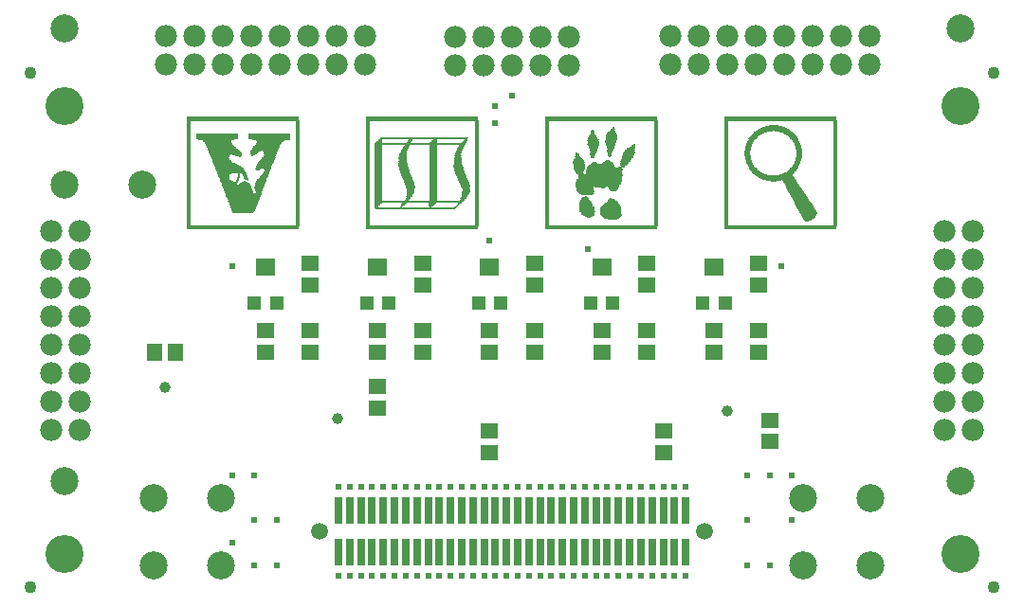
<source format=gts>
G75*
G70*
%OFA0B0*%
%FSLAX24Y24*%
%IPPOS*%
%LPD*%
%AMOC8*
5,1,8,0,0,1.08239X$1,22.5*
%
%ADD10C,0.0591*%
%ADD11C,0.1339*%
%ADD12C,0.0434*%
%ADD13R,0.3937X0.0011*%
%ADD14R,0.3937X0.0011*%
%ADD15R,0.0120X0.0011*%
%ADD16R,0.0120X0.0011*%
%ADD17R,0.0120X0.0011*%
%ADD18R,0.0120X0.0011*%
%ADD19R,0.2832X0.0011*%
%ADD20R,0.2843X0.0011*%
%ADD21R,0.2854X0.0011*%
%ADD22R,0.2865X0.0011*%
%ADD23R,0.0087X0.0011*%
%ADD24R,0.0077X0.0011*%
%ADD25R,0.0098X0.0011*%
%ADD26R,0.0087X0.0011*%
%ADD27R,0.0109X0.0011*%
%ADD28R,0.0131X0.0011*%
%ADD29R,0.0098X0.0011*%
%ADD30R,0.0088X0.0011*%
%ADD31R,0.0142X0.0011*%
%ADD32R,0.0131X0.0011*%
%ADD33R,0.0153X0.0011*%
%ADD34R,0.0164X0.0011*%
%ADD35R,0.0175X0.0011*%
%ADD36R,0.0186X0.0011*%
%ADD37R,0.0109X0.0011*%
%ADD38R,0.0197X0.0011*%
%ADD39R,0.0109X0.0011*%
%ADD40R,0.0208X0.0011*%
%ADD41R,0.0219X0.0011*%
%ADD42R,0.0230X0.0011*%
%ADD43R,0.0230X0.0011*%
%ADD44R,0.0241X0.0011*%
%ADD45R,0.0109X0.0011*%
%ADD46R,0.0241X0.0011*%
%ADD47R,0.0131X0.0011*%
%ADD48R,0.0252X0.0011*%
%ADD49R,0.3062X0.0011*%
%ADD50R,0.3073X0.0011*%
%ADD51R,0.3084X0.0011*%
%ADD52R,0.3106X0.0011*%
%ADD53R,0.0273X0.0011*%
%ADD54R,0.0252X0.0011*%
%ADD55R,0.0273X0.0011*%
%ADD56R,0.0142X0.0011*%
%ADD57R,0.0175X0.0011*%
%ADD58R,0.0175X0.0011*%
%ADD59R,0.0186X0.0011*%
%ADD60R,0.0164X0.0011*%
%ADD61R,0.0153X0.0011*%
%ADD62R,0.0186X0.0011*%
%ADD63R,0.0197X0.0011*%
%ADD64R,0.0219X0.0011*%
%ADD65R,0.0219X0.0011*%
%ADD66R,0.0230X0.0011*%
%ADD67R,0.0251X0.0011*%
%ADD68R,0.0262X0.0011*%
%ADD69R,0.0251X0.0011*%
%ADD70R,0.0262X0.0011*%
%ADD71R,0.0262X0.0011*%
%ADD72R,0.0284X0.0011*%
%ADD73R,0.0295X0.0011*%
%ADD74R,0.0273X0.0011*%
%ADD75R,0.0295X0.0011*%
%ADD76R,0.0273X0.0011*%
%ADD77R,0.0306X0.0011*%
%ADD78R,0.0306X0.0011*%
%ADD79R,0.0284X0.0011*%
%ADD80R,0.0317X0.0011*%
%ADD81R,0.0306X0.0011*%
%ADD82R,0.0328X0.0011*%
%ADD83R,0.0328X0.0011*%
%ADD84R,0.0306X0.0011*%
%ADD85R,0.0339X0.0011*%
%ADD86R,0.0339X0.0011*%
%ADD87R,0.0317X0.0011*%
%ADD88R,0.0350X0.0011*%
%ADD89R,0.0328X0.0011*%
%ADD90R,0.0350X0.0011*%
%ADD91R,0.0361X0.0011*%
%ADD92R,0.0361X0.0011*%
%ADD93R,0.0350X0.0011*%
%ADD94R,0.0350X0.0011*%
%ADD95R,0.0339X0.0011*%
%ADD96R,0.0339X0.0011*%
%ADD97R,0.0328X0.0011*%
%ADD98R,0.0317X0.0011*%
%ADD99R,0.0262X0.0011*%
%ADD100R,0.0230X0.0011*%
%ADD101R,0.0219X0.0011*%
%ADD102R,0.0208X0.0011*%
%ADD103R,0.0186X0.0011*%
%ADD104R,0.0175X0.0011*%
%ADD105R,0.0164X0.0011*%
%ADD106R,0.0153X0.0011*%
%ADD107R,0.1258X0.0011*%
%ADD108R,0.3182X0.0011*%
%ADD109R,0.3182X0.0011*%
%ADD110R,0.3182X0.0011*%
%ADD111R,0.2165X0.0011*%
%ADD112R,0.0131X0.0011*%
%ADD113R,0.0164X0.0011*%
%ADD114R,0.0077X0.0011*%
%ADD115R,0.0066X0.0011*%
%ADD116R,0.0088X0.0011*%
%ADD117R,0.0077X0.0011*%
%ADD118R,0.3073X0.0011*%
%ADD119R,0.3051X0.0011*%
%ADD120R,0.0744X0.0011*%
%ADD121R,0.0755X0.0011*%
%ADD122R,0.0766X0.0011*%
%ADD123R,0.0776X0.0011*%
%ADD124R,0.0787X0.0011*%
%ADD125R,0.0798X0.0011*%
%ADD126R,0.0798X0.0011*%
%ADD127R,0.0809X0.0011*%
%ADD128R,0.0820X0.0011*%
%ADD129R,0.0842X0.0011*%
%ADD130R,0.0842X0.0011*%
%ADD131R,0.0853X0.0011*%
%ADD132R,0.0864X0.0011*%
%ADD133R,0.0886X0.0011*%
%ADD134R,0.0886X0.0011*%
%ADD135R,0.0897X0.0011*%
%ADD136R,0.0908X0.0011*%
%ADD137R,0.0908X0.0011*%
%ADD138R,0.0930X0.0011*%
%ADD139R,0.0941X0.0011*%
%ADD140R,0.0951X0.0011*%
%ADD141R,0.0951X0.0011*%
%ADD142R,0.0962X0.0011*%
%ADD143R,0.0973X0.0011*%
%ADD144R,0.0995X0.0011*%
%ADD145R,0.0995X0.0011*%
%ADD146R,0.1006X0.0011*%
%ADD147R,0.1017X0.0011*%
%ADD148R,0.1039X0.0011*%
%ADD149R,0.1039X0.0011*%
%ADD150R,0.1050X0.0011*%
%ADD151R,0.1061X0.0011*%
%ADD152R,0.1061X0.0011*%
%ADD153R,0.1083X0.0011*%
%ADD154R,0.1094X0.0011*%
%ADD155R,0.1105X0.0011*%
%ADD156R,0.1105X0.0011*%
%ADD157R,0.1126X0.0011*%
%ADD158R,0.1137X0.0011*%
%ADD159R,0.1148X0.0011*%
%ADD160R,0.1148X0.0011*%
%ADD161R,0.1159X0.0011*%
%ADD162R,0.1170X0.0011*%
%ADD163R,0.1181X0.0011*%
%ADD164R,0.1192X0.0011*%
%ADD165R,0.1192X0.0011*%
%ADD166R,0.1203X0.0011*%
%ADD167R,0.1214X0.0011*%
%ADD168R,0.1214X0.0011*%
%ADD169R,0.1236X0.0011*%
%ADD170R,0.0984X0.0011*%
%ADD171R,0.0984X0.0011*%
%ADD172R,0.0208X0.0011*%
%ADD173R,0.0995X0.0011*%
%ADD174R,0.0995X0.0011*%
%ADD175R,0.1006X0.0011*%
%ADD176R,0.1006X0.0011*%
%ADD177R,0.1006X0.0011*%
%ADD178R,0.0547X0.0011*%
%ADD179R,0.0437X0.0011*%
%ADD180R,0.0536X0.0011*%
%ADD181R,0.0405X0.0011*%
%ADD182R,0.0536X0.0011*%
%ADD183R,0.0372X0.0011*%
%ADD184R,0.0547X0.0011*%
%ADD185R,0.0569X0.0011*%
%ADD186R,0.0481X0.0011*%
%ADD187R,0.0066X0.0011*%
%ADD188R,0.0459X0.0011*%
%ADD189R,0.0066X0.0011*%
%ADD190R,0.0437X0.0011*%
%ADD191R,0.0394X0.0011*%
%ADD192R,0.0383X0.0011*%
%ADD193R,0.0372X0.0011*%
%ADD194R,0.0066X0.0011*%
%ADD195R,0.0317X0.0011*%
%ADD196R,0.0011X0.0011*%
%ADD197R,0.0055X0.0011*%
%ADD198R,0.0295X0.0011*%
%ADD199R,0.0295X0.0011*%
%ADD200R,0.0142X0.0011*%
%ADD201R,0.0055X0.0011*%
%ADD202R,0.0241X0.0011*%
%ADD203R,0.0383X0.0011*%
%ADD204R,0.0416X0.0011*%
%ADD205R,0.0426X0.0011*%
%ADD206R,0.0448X0.0011*%
%ADD207R,0.0459X0.0011*%
%ADD208R,0.0470X0.0011*%
%ADD209R,0.0492X0.0011*%
%ADD210R,0.0503X0.0011*%
%ADD211R,0.0197X0.0011*%
%ADD212R,0.0197X0.0011*%
%ADD213R,0.0055X0.0011*%
%ADD214R,0.0241X0.0011*%
%ADD215R,0.0962X0.0011*%
%ADD216R,0.0536X0.0011*%
%ADD217R,0.0962X0.0011*%
%ADD218R,0.0951X0.0011*%
%ADD219R,0.0558X0.0011*%
%ADD220R,0.0930X0.0011*%
%ADD221R,0.0897X0.0011*%
%ADD222R,0.0875X0.0011*%
%ADD223R,0.0842X0.0011*%
%ADD224R,0.0558X0.0011*%
%ADD225R,0.0820X0.0011*%
%ADD226R,0.0755X0.0011*%
%ADD227R,0.0733X0.0011*%
%ADD228R,0.0525X0.0011*%
%ADD229R,0.0722X0.0011*%
%ADD230R,0.0525X0.0011*%
%ADD231R,0.0700X0.0011*%
%ADD232R,0.0689X0.0011*%
%ADD233R,0.0514X0.0011*%
%ADD234R,0.0678X0.0011*%
%ADD235R,0.0514X0.0011*%
%ADD236R,0.0656X0.0011*%
%ADD237R,0.0503X0.0011*%
%ADD238R,0.0656X0.0011*%
%ADD239R,0.0645X0.0011*%
%ADD240R,0.0634X0.0011*%
%ADD241R,0.0481X0.0011*%
%ADD242R,0.0634X0.0011*%
%ADD243R,0.0623X0.0011*%
%ADD244R,0.0470X0.0011*%
%ADD245R,0.0623X0.0011*%
%ADD246R,0.0470X0.0011*%
%ADD247R,0.0623X0.0011*%
%ADD248R,0.0612X0.0011*%
%ADD249R,0.0612X0.0011*%
%ADD250R,0.0623X0.0011*%
%ADD251R,0.0437X0.0011*%
%ADD252R,0.0427X0.0011*%
%ADD253R,0.0416X0.0011*%
%ADD254R,0.0416X0.0011*%
%ADD255R,0.0667X0.0011*%
%ADD256R,0.0689X0.0011*%
%ADD257R,0.0711X0.0011*%
%ADD258R,0.1105X0.0011*%
%ADD259R,0.1105X0.0011*%
%ADD260R,0.0426X0.0011*%
%ADD261R,0.1094X0.0011*%
%ADD262R,0.0481X0.0011*%
%ADD263R,0.1083X0.0011*%
%ADD264R,0.0492X0.0011*%
%ADD265R,0.1072X0.0011*%
%ADD266R,0.1050X0.0011*%
%ADD267R,0.0941X0.0011*%
%ADD268R,0.1039X0.0011*%
%ADD269R,0.1028X0.0011*%
%ADD270R,0.0919X0.0011*%
%ADD271R,0.1028X0.0011*%
%ADD272R,0.0919X0.0011*%
%ADD273R,0.0919X0.0011*%
%ADD274R,0.0908X0.0011*%
%ADD275R,0.0897X0.0011*%
%ADD276R,0.0940X0.0011*%
%ADD277R,0.0875X0.0011*%
%ADD278R,0.0886X0.0011*%
%ADD279R,0.0919X0.0011*%
%ADD280R,0.0875X0.0011*%
%ADD281R,0.0930X0.0011*%
%ADD282R,0.0973X0.0011*%
%ADD283R,0.1017X0.0011*%
%ADD284R,0.1061X0.0011*%
%ADD285R,0.1126X0.0011*%
%ADD286R,0.1290X0.0011*%
%ADD287R,0.1345X0.0011*%
%ADD288R,0.1498X0.0011*%
%ADD289R,0.1498X0.0011*%
%ADD290R,0.1498X0.0011*%
%ADD291R,0.1498X0.0011*%
%ADD292R,0.0416X0.0011*%
%ADD293R,0.0558X0.0011*%
%ADD294R,0.0591X0.0011*%
%ADD295R,0.0634X0.0011*%
%ADD296R,0.0667X0.0011*%
%ADD297R,0.0361X0.0011*%
%ADD298R,0.0700X0.0011*%
%ADD299R,0.0722X0.0011*%
%ADD300R,0.0448X0.0011*%
%ADD301R,0.0459X0.0011*%
%ADD302R,0.0755X0.0011*%
%ADD303R,0.0766X0.0011*%
%ADD304R,0.0766X0.0011*%
%ADD305R,0.0525X0.0011*%
%ADD306R,0.0514X0.0011*%
%ADD307R,0.0711X0.0011*%
%ADD308R,0.0503X0.0011*%
%ADD309R,0.0612X0.0011*%
%ADD310R,0.0580X0.0011*%
%ADD311R,0.0547X0.0011*%
%ADD312R,0.0405X0.0011*%
%ADD313R,0.0405X0.0011*%
%ADD314R,0.0372X0.0011*%
%ADD315R,0.0569X0.0011*%
%ADD316R,0.0591X0.0011*%
%ADD317R,0.0601X0.0011*%
%ADD318R,0.0601X0.0011*%
%ADD319R,0.1531X0.0011*%
%ADD320R,0.1531X0.0011*%
%ADD321R,0.1542X0.0011*%
%ADD322R,0.1553X0.0011*%
%ADD323R,0.1553X0.0011*%
%ADD324R,0.1564X0.0011*%
%ADD325R,0.1575X0.0011*%
%ADD326R,0.1564X0.0011*%
%ADD327R,0.1575X0.0011*%
%ADD328R,0.1564X0.0011*%
%ADD329R,0.1542X0.0011*%
%ADD330R,0.1520X0.0011*%
%ADD331R,0.1531X0.0011*%
%ADD332R,0.1531X0.0011*%
%ADD333R,0.1301X0.0011*%
%ADD334R,0.0208X0.0011*%
%ADD335R,0.1290X0.0011*%
%ADD336R,0.1280X0.0011*%
%ADD337R,0.1280X0.0011*%
%ADD338R,0.1269X0.0011*%
%ADD339R,0.1269X0.0011*%
%ADD340R,0.1258X0.0011*%
%ADD341R,0.1258X0.0011*%
%ADD342R,0.1247X0.0011*%
%ADD343R,0.1225X0.0011*%
%ADD344R,0.1028X0.0011*%
%ADD345R,0.0405X0.0011*%
%ADD346R,0.0142X0.0011*%
%ADD347R,0.0864X0.0011*%
%ADD348R,0.0831X0.0011*%
%ADD349R,0.0448X0.0011*%
%ADD350R,0.0394X0.0011*%
%ADD351R,0.0372X0.0011*%
%ADD352R,0.0383X0.0011*%
%ADD353R,0.0033X0.0011*%
%ADD354R,0.0284X0.0011*%
%ADD355R,0.0033X0.0011*%
%ADD356R,0.0361X0.0011*%
%ADD357R,0.0558X0.0011*%
%ADD358R,0.0601X0.0011*%
%ADD359R,0.0580X0.0011*%
%ADD360R,0.0591X0.0011*%
%ADD361R,0.0580X0.0011*%
%ADD362R,0.0580X0.0011*%
%ADD363R,0.0569X0.0011*%
%ADD364R,0.0569X0.0011*%
%ADD365R,0.0525X0.0011*%
%ADD366R,0.0514X0.0011*%
%ADD367R,0.0492X0.0011*%
%ADD368R,0.0481X0.0011*%
%ADD369R,0.0459X0.0011*%
%ADD370R,0.1137X0.0011*%
%ADD371R,0.1192X0.0011*%
%ADD372R,0.1225X0.0011*%
%ADD373R,0.1236X0.0011*%
%ADD374R,0.1148X0.0011*%
%ADD375R,0.1126X0.0011*%
%ADD376R,0.1050X0.0011*%
%ADD377R,0.0842X0.0011*%
%ADD378R,0.0733X0.0011*%
%ADD379R,0.0667X0.0011*%
%ADD380R,0.0276X0.0946*%
%ADD381C,0.0780*%
%ADD382R,0.0552X0.0631*%
%ADD383C,0.0985*%
%ADD384R,0.0631X0.0552*%
%ADD385R,0.0670X0.0631*%
%ADD386R,0.0512X0.0512*%
%ADD387C,0.0238*%
%ADD388C,0.0394*%
D10*
X011086Y002897D03*
X011086Y002897D03*
X024629Y002897D03*
X024629Y002897D03*
D11*
X033606Y002110D03*
X033606Y017858D03*
X002110Y017858D03*
X002110Y002110D03*
D12*
X000929Y000929D03*
X000929Y019039D03*
X034787Y019039D03*
X034787Y000929D03*
D13*
X027301Y013527D03*
X027301Y013538D03*
X027301Y013560D03*
X027301Y013571D03*
X027301Y013582D03*
X027301Y013593D03*
X027301Y013614D03*
X027301Y013625D03*
X027301Y013636D03*
X027301Y017355D03*
X027301Y017366D03*
X027301Y017376D03*
X027301Y017387D03*
X027301Y017409D03*
X027301Y017420D03*
X027301Y017431D03*
X027301Y017453D03*
X021002Y017453D03*
X021002Y017431D03*
X021002Y017420D03*
X021002Y017409D03*
X021002Y017387D03*
X021002Y017376D03*
X021002Y017366D03*
X021002Y017355D03*
X021002Y013636D03*
X021002Y013625D03*
X021002Y013614D03*
X021002Y013593D03*
X021002Y013582D03*
X021002Y013571D03*
X021002Y013560D03*
X021002Y013538D03*
X021002Y013527D03*
X014703Y013538D03*
X014703Y013527D03*
X014703Y013560D03*
X014703Y013571D03*
X014703Y013582D03*
X014703Y013593D03*
X014703Y013614D03*
X014703Y013625D03*
X014703Y013636D03*
X014703Y017355D03*
X014703Y017366D03*
X014703Y017376D03*
X014703Y017387D03*
X014703Y017409D03*
X014703Y017420D03*
X014703Y017431D03*
X014703Y017453D03*
X008403Y017453D03*
X008403Y017431D03*
X008403Y017420D03*
X008403Y017409D03*
X008403Y017387D03*
X008403Y017376D03*
X008403Y017366D03*
X008403Y017355D03*
X008403Y013636D03*
X008403Y013625D03*
X008403Y013614D03*
X008403Y013593D03*
X008403Y013582D03*
X008403Y013571D03*
X008403Y013560D03*
X008403Y013538D03*
X008403Y013527D03*
D14*
X008403Y013549D03*
X008403Y013603D03*
X008403Y017344D03*
X008403Y017398D03*
X008403Y017442D03*
X014703Y017442D03*
X014703Y017398D03*
X014703Y017344D03*
X014703Y013603D03*
X014703Y013549D03*
X021002Y013549D03*
X021002Y013603D03*
X021002Y017344D03*
X021002Y017398D03*
X021002Y017442D03*
X027301Y017442D03*
X027301Y017398D03*
X027301Y017344D03*
X027301Y013603D03*
X027301Y013549D03*
D15*
X025393Y013647D03*
X025393Y013702D03*
X025393Y013746D03*
X025393Y013800D03*
X025393Y013855D03*
X025393Y013899D03*
X025393Y013953D03*
X025393Y013997D03*
X025393Y014052D03*
X025393Y014096D03*
X025393Y014150D03*
X025393Y014194D03*
X025393Y014249D03*
X025393Y014292D03*
X025393Y014336D03*
X025393Y014391D03*
X025393Y014435D03*
X025393Y014489D03*
X025393Y014533D03*
X025393Y014588D03*
X025393Y014631D03*
X025393Y014686D03*
X025393Y014730D03*
X025393Y014785D03*
X025393Y014839D03*
X025393Y014883D03*
X025393Y014938D03*
X025393Y014981D03*
X025393Y015036D03*
X025393Y015080D03*
X025393Y015135D03*
X025393Y015178D03*
X025393Y015233D03*
X025393Y015277D03*
X025393Y015331D03*
X025393Y015375D03*
X025393Y015430D03*
X025393Y015474D03*
X025393Y015528D03*
X025393Y015572D03*
X025393Y015627D03*
X025393Y015670D03*
X025393Y015725D03*
X025393Y015769D03*
X025393Y015824D03*
X025393Y015867D03*
X025393Y015922D03*
X025393Y015966D03*
X025393Y016020D03*
X025393Y016064D03*
X025393Y016119D03*
X025393Y016163D03*
X025393Y016217D03*
X025393Y016261D03*
X025393Y016316D03*
X025393Y016359D03*
X025393Y016414D03*
X025393Y016458D03*
X025393Y016512D03*
X025393Y016556D03*
X025393Y016611D03*
X025393Y016655D03*
X025393Y016709D03*
X025393Y016753D03*
X025393Y016808D03*
X025393Y016851D03*
X025393Y016906D03*
X025393Y016950D03*
X025393Y017005D03*
X025393Y017048D03*
X025393Y017103D03*
X025393Y017147D03*
X025393Y017201D03*
X025393Y017245D03*
X025393Y017300D03*
X019093Y017300D03*
X019093Y017245D03*
X019093Y017201D03*
X019093Y017147D03*
X019093Y017103D03*
X019093Y017048D03*
X019093Y017005D03*
X019093Y016950D03*
X019093Y016906D03*
X019093Y016851D03*
X019093Y016808D03*
X019093Y016753D03*
X019093Y016709D03*
X019093Y016655D03*
X019093Y016611D03*
X019093Y016556D03*
X019093Y016512D03*
X019093Y016458D03*
X019093Y016414D03*
X019093Y016359D03*
X019093Y016316D03*
X019093Y016261D03*
X019093Y016217D03*
X019093Y016163D03*
X019093Y016119D03*
X019093Y016064D03*
X019093Y016020D03*
X019093Y015966D03*
X019093Y015922D03*
X019093Y015867D03*
X019093Y015824D03*
X019093Y015769D03*
X019093Y015725D03*
X019093Y015670D03*
X019093Y015627D03*
X019093Y015572D03*
X019093Y015528D03*
X019093Y015474D03*
X019093Y015430D03*
X019093Y015375D03*
X019093Y015331D03*
X019093Y015277D03*
X019093Y015233D03*
X019093Y015178D03*
X019093Y015135D03*
X019093Y015080D03*
X019093Y015036D03*
X019093Y014981D03*
X019093Y014938D03*
X019093Y014883D03*
X019093Y014839D03*
X019093Y014785D03*
X019093Y014730D03*
X019093Y014686D03*
X019093Y014631D03*
X019093Y014588D03*
X019093Y014533D03*
X019093Y014489D03*
X019093Y014435D03*
X019093Y014391D03*
X019093Y014336D03*
X019093Y014292D03*
X019093Y014249D03*
X019093Y014194D03*
X019093Y014150D03*
X019093Y014096D03*
X019093Y014052D03*
X019093Y013997D03*
X019093Y013953D03*
X019093Y013899D03*
X019093Y013855D03*
X019093Y013800D03*
X019093Y013746D03*
X019093Y013702D03*
X019093Y013647D03*
X015003Y014336D03*
X012794Y014336D03*
X012794Y014292D03*
X012794Y014249D03*
X012794Y014194D03*
X012794Y014150D03*
X012794Y014096D03*
X012794Y014052D03*
X012794Y013997D03*
X012794Y013953D03*
X012794Y013899D03*
X012794Y013855D03*
X012794Y013800D03*
X012794Y013746D03*
X012794Y013702D03*
X012794Y013647D03*
X012794Y014391D03*
X012794Y014435D03*
X012794Y014489D03*
X012794Y014533D03*
X012794Y014588D03*
X012794Y014631D03*
X012794Y014686D03*
X012794Y014730D03*
X012794Y014785D03*
X012794Y014839D03*
X012794Y014883D03*
X012794Y014938D03*
X012794Y014981D03*
X012794Y015036D03*
X012794Y015080D03*
X012794Y015135D03*
X012794Y015178D03*
X012794Y015233D03*
X012794Y015277D03*
X012794Y015331D03*
X012794Y015375D03*
X012794Y015430D03*
X012794Y015474D03*
X012794Y015528D03*
X012794Y015572D03*
X012794Y015627D03*
X012794Y015670D03*
X012794Y015725D03*
X012794Y015769D03*
X012794Y015824D03*
X012794Y015867D03*
X012794Y015922D03*
X012794Y015966D03*
X012794Y016020D03*
X012794Y016064D03*
X012794Y016119D03*
X012794Y016163D03*
X012794Y016217D03*
X012794Y016261D03*
X012794Y016316D03*
X012794Y016359D03*
X012794Y016414D03*
X012794Y016458D03*
X012794Y016512D03*
X012794Y016556D03*
X012794Y016611D03*
X012794Y016655D03*
X012794Y016709D03*
X012794Y016753D03*
X012794Y016808D03*
X012794Y016851D03*
X012794Y016906D03*
X012794Y016950D03*
X012794Y017005D03*
X012794Y017048D03*
X012794Y017103D03*
X012794Y017147D03*
X012794Y017201D03*
X012794Y017245D03*
X012794Y017300D03*
X014260Y016611D03*
X016195Y016611D03*
X008518Y015277D03*
X006495Y015277D03*
X006495Y015233D03*
X006495Y015178D03*
X006495Y015135D03*
X006495Y015080D03*
X006495Y015036D03*
X006495Y014981D03*
X006495Y014938D03*
X006495Y014883D03*
X006495Y014839D03*
X006495Y014785D03*
X006495Y014730D03*
X006495Y014686D03*
X006495Y014631D03*
X006495Y014588D03*
X006495Y014533D03*
X006495Y014489D03*
X006495Y014435D03*
X006495Y014391D03*
X006495Y014336D03*
X006495Y014292D03*
X006495Y014249D03*
X006495Y014194D03*
X006495Y014150D03*
X006495Y014096D03*
X006495Y014052D03*
X006495Y013997D03*
X006495Y013953D03*
X006495Y013899D03*
X006495Y013855D03*
X006495Y013800D03*
X006495Y013746D03*
X006495Y013702D03*
X006495Y013647D03*
X006495Y015331D03*
X006495Y015375D03*
X006495Y015430D03*
X006495Y015474D03*
X006495Y015528D03*
X006495Y015572D03*
X006495Y015627D03*
X006495Y015670D03*
X006495Y015725D03*
X006495Y015769D03*
X006495Y015824D03*
X006495Y015867D03*
X006495Y015922D03*
X006495Y015966D03*
X006495Y016020D03*
X006495Y016064D03*
X006495Y016119D03*
X006495Y016163D03*
X006495Y016217D03*
X006495Y016261D03*
X006495Y016316D03*
X006495Y016359D03*
X006495Y016414D03*
X006495Y016458D03*
X006495Y016512D03*
X006495Y016556D03*
X006495Y016611D03*
X006495Y016655D03*
X006495Y016709D03*
X006495Y016753D03*
X006495Y016808D03*
X006495Y016851D03*
X006495Y016906D03*
X006495Y016950D03*
X006495Y017005D03*
X006495Y017048D03*
X006495Y017103D03*
X006495Y017147D03*
X006495Y017201D03*
X006495Y017245D03*
X006495Y017300D03*
D16*
X010312Y017300D03*
X010312Y017245D03*
X010312Y017201D03*
X010312Y017147D03*
X010312Y017103D03*
X010312Y017048D03*
X010312Y017005D03*
X010312Y016950D03*
X010312Y016906D03*
X010312Y016851D03*
X010312Y016808D03*
X010312Y016753D03*
X010312Y016709D03*
X010312Y016655D03*
X010312Y016611D03*
X010312Y016556D03*
X010312Y016512D03*
X010312Y016458D03*
X010312Y016414D03*
X010312Y016359D03*
X010312Y016316D03*
X010312Y016261D03*
X010312Y016217D03*
X010312Y016163D03*
X010312Y016119D03*
X010312Y016064D03*
X010312Y016020D03*
X010312Y015966D03*
X010312Y015922D03*
X010312Y015867D03*
X010312Y015824D03*
X010312Y015769D03*
X010312Y015725D03*
X010312Y015670D03*
X010312Y015627D03*
X010312Y015572D03*
X010312Y015528D03*
X010312Y015474D03*
X010312Y015430D03*
X010312Y015375D03*
X010312Y015331D03*
X010312Y015277D03*
X010312Y015233D03*
X010312Y015178D03*
X010312Y015135D03*
X010312Y015080D03*
X010312Y015036D03*
X010312Y014981D03*
X010312Y014938D03*
X010312Y014883D03*
X010312Y014839D03*
X010312Y014785D03*
X010312Y014730D03*
X010312Y014686D03*
X010312Y014631D03*
X010312Y014588D03*
X010312Y014533D03*
X010312Y014489D03*
X010312Y014435D03*
X010312Y014391D03*
X010312Y014336D03*
X010312Y014292D03*
X010312Y014249D03*
X010312Y014194D03*
X010312Y014150D03*
X010312Y014096D03*
X010312Y014052D03*
X010312Y013997D03*
X010312Y013953D03*
X010312Y013899D03*
X010312Y013855D03*
X010312Y013800D03*
X010312Y013746D03*
X010312Y013702D03*
X010312Y013647D03*
X016611Y013647D03*
X016611Y013702D03*
X016611Y013746D03*
X016611Y013800D03*
X016611Y013855D03*
X016611Y013899D03*
X016611Y013953D03*
X016611Y013997D03*
X016611Y014052D03*
X016611Y014096D03*
X016611Y014150D03*
X016611Y014194D03*
X016611Y014249D03*
X016611Y014292D03*
X016611Y014336D03*
X016611Y014391D03*
X016611Y014435D03*
X016611Y014489D03*
X016611Y014533D03*
X016611Y014588D03*
X016611Y014631D03*
X016611Y014686D03*
X016611Y014730D03*
X016611Y014785D03*
X016611Y014839D03*
X016611Y014883D03*
X016611Y014938D03*
X016611Y014981D03*
X016611Y015036D03*
X016611Y015080D03*
X016611Y015135D03*
X016611Y015178D03*
X016611Y015233D03*
X016611Y015277D03*
X016611Y015331D03*
X016611Y015375D03*
X016611Y015430D03*
X016611Y015474D03*
X016611Y015528D03*
X016611Y015572D03*
X016611Y015627D03*
X016611Y015670D03*
X016611Y015725D03*
X016611Y015769D03*
X016611Y015824D03*
X016611Y015867D03*
X016611Y015922D03*
X016611Y015966D03*
X016611Y016020D03*
X016611Y016064D03*
X016611Y016119D03*
X016611Y016163D03*
X016611Y016217D03*
X016611Y016261D03*
X016611Y016316D03*
X016611Y016359D03*
X016611Y016414D03*
X016611Y016458D03*
X016611Y016512D03*
X016611Y016556D03*
X016611Y016611D03*
X016611Y016655D03*
X016611Y016709D03*
X016611Y016753D03*
X016611Y016808D03*
X016611Y016851D03*
X016611Y016906D03*
X016611Y016950D03*
X016611Y017005D03*
X016611Y017048D03*
X016611Y017103D03*
X016611Y017147D03*
X016611Y017201D03*
X016611Y017245D03*
X016611Y017300D03*
X020143Y016163D03*
X020690Y016950D03*
X022910Y016950D03*
X022910Y016906D03*
X022910Y016851D03*
X022910Y016808D03*
X022910Y016753D03*
X022910Y016709D03*
X022910Y016655D03*
X022910Y016611D03*
X022910Y016556D03*
X022910Y016512D03*
X022910Y016458D03*
X022910Y016414D03*
X022910Y016359D03*
X022910Y016316D03*
X022910Y016261D03*
X022910Y016217D03*
X022910Y016163D03*
X022910Y016119D03*
X022910Y016064D03*
X022910Y016020D03*
X022910Y015966D03*
X022910Y015922D03*
X022910Y015867D03*
X022910Y015824D03*
X022910Y015769D03*
X022910Y015725D03*
X022910Y015670D03*
X022910Y015627D03*
X022910Y015572D03*
X022910Y015528D03*
X022910Y015474D03*
X022910Y015430D03*
X022910Y015375D03*
X022910Y015331D03*
X022910Y015277D03*
X022910Y015233D03*
X022910Y015178D03*
X022910Y015135D03*
X022910Y015080D03*
X022910Y015036D03*
X022910Y014981D03*
X022910Y014938D03*
X022910Y014883D03*
X022910Y014839D03*
X022910Y014785D03*
X022910Y014730D03*
X022910Y014686D03*
X022910Y014631D03*
X022910Y014588D03*
X022910Y014533D03*
X022910Y014489D03*
X022910Y014435D03*
X022910Y014391D03*
X022910Y014336D03*
X022910Y014292D03*
X022910Y014249D03*
X022910Y014194D03*
X022910Y014150D03*
X022910Y014096D03*
X022910Y014052D03*
X022910Y013997D03*
X022910Y013953D03*
X022910Y013899D03*
X022910Y013855D03*
X022910Y013800D03*
X022910Y013746D03*
X022910Y013702D03*
X022910Y013647D03*
X021040Y014981D03*
X022910Y017005D03*
X022910Y017048D03*
X022910Y017103D03*
X022910Y017147D03*
X022910Y017201D03*
X022910Y017245D03*
X022910Y017300D03*
X029209Y017300D03*
X029209Y017245D03*
X029209Y017201D03*
X029209Y017147D03*
X029209Y017103D03*
X029209Y017048D03*
X029209Y017005D03*
X029209Y016950D03*
X029209Y016906D03*
X029209Y016851D03*
X029209Y016808D03*
X029209Y016753D03*
X029209Y016709D03*
X029209Y016655D03*
X029209Y016611D03*
X029209Y016556D03*
X029209Y016512D03*
X029209Y016458D03*
X029209Y016414D03*
X029209Y016359D03*
X029209Y016316D03*
X029209Y016261D03*
X029209Y016217D03*
X029209Y016163D03*
X029209Y016119D03*
X029209Y016064D03*
X029209Y016020D03*
X029209Y015966D03*
X029209Y015922D03*
X029209Y015867D03*
X029209Y015824D03*
X029209Y015769D03*
X029209Y015725D03*
X029209Y015670D03*
X029209Y015627D03*
X029209Y015572D03*
X029209Y015528D03*
X029209Y015474D03*
X029209Y015430D03*
X029209Y015375D03*
X029209Y015331D03*
X029209Y015277D03*
X029209Y015233D03*
X029209Y015178D03*
X029209Y015135D03*
X029209Y015080D03*
X029209Y015036D03*
X029209Y014981D03*
X029209Y014938D03*
X029209Y014883D03*
X029209Y014839D03*
X029209Y014785D03*
X029209Y014730D03*
X029209Y014686D03*
X029209Y014631D03*
X029209Y014588D03*
X029209Y014533D03*
X029209Y014489D03*
X029209Y014435D03*
X029209Y014391D03*
X029209Y014336D03*
X029209Y014292D03*
X029209Y014249D03*
X029209Y014194D03*
X029209Y014150D03*
X029209Y014096D03*
X029209Y014052D03*
X029209Y013997D03*
X029209Y013953D03*
X029209Y013899D03*
X029209Y013855D03*
X029209Y013800D03*
X029209Y013746D03*
X029209Y013702D03*
X029209Y013647D03*
D17*
X025393Y013658D03*
X025393Y013669D03*
X025393Y013680D03*
X025393Y013691D03*
X025393Y013713D03*
X025393Y013724D03*
X025393Y013735D03*
X025393Y013757D03*
X025393Y013768D03*
X025393Y013778D03*
X025393Y013789D03*
X025393Y013811D03*
X025393Y013822D03*
X025393Y013833D03*
X025393Y013844D03*
X025393Y013866D03*
X025393Y013877D03*
X025393Y013888D03*
X025393Y013910D03*
X025393Y013921D03*
X025393Y013932D03*
X025393Y013943D03*
X025393Y013964D03*
X025393Y013975D03*
X025393Y013986D03*
X025393Y014008D03*
X025393Y014019D03*
X025393Y014030D03*
X025393Y014041D03*
X025393Y014063D03*
X025393Y014074D03*
X025393Y014085D03*
X025393Y014107D03*
X025393Y014117D03*
X025393Y014128D03*
X025393Y014139D03*
X025393Y014161D03*
X025393Y014172D03*
X025393Y014183D03*
X025393Y014205D03*
X025393Y014216D03*
X025393Y014227D03*
X025393Y014238D03*
X025393Y014260D03*
X025393Y014271D03*
X025393Y014282D03*
X025393Y014303D03*
X025393Y014314D03*
X025393Y014325D03*
X025393Y014347D03*
X025393Y014358D03*
X025393Y014369D03*
X025393Y014380D03*
X025393Y014402D03*
X025393Y014413D03*
X025393Y014424D03*
X025393Y014446D03*
X025393Y014456D03*
X025393Y014467D03*
X025393Y014478D03*
X025393Y014500D03*
X025393Y014511D03*
X025393Y014522D03*
X025393Y014544D03*
X025393Y014555D03*
X025393Y014566D03*
X025393Y014577D03*
X025393Y014599D03*
X025393Y014610D03*
X025393Y014621D03*
X025393Y014642D03*
X025393Y014653D03*
X025393Y014664D03*
X025393Y014675D03*
X025393Y014697D03*
X025393Y014708D03*
X025393Y014719D03*
X025393Y014741D03*
X025393Y014752D03*
X025393Y014763D03*
X025393Y014774D03*
X025393Y014796D03*
X025393Y014806D03*
X025393Y014817D03*
X025393Y014828D03*
X025393Y014850D03*
X025393Y014861D03*
X025393Y014872D03*
X025393Y014894D03*
X025393Y014905D03*
X025393Y014916D03*
X025393Y014927D03*
X025393Y014949D03*
X025393Y014960D03*
X025393Y014971D03*
X025393Y014992D03*
X025393Y015003D03*
X025393Y015014D03*
X025393Y015025D03*
X025393Y015047D03*
X025393Y015058D03*
X025393Y015069D03*
X025393Y015091D03*
X025393Y015102D03*
X025393Y015113D03*
X025393Y015124D03*
X025393Y015145D03*
X025393Y015156D03*
X025393Y015167D03*
X025393Y015189D03*
X025393Y015200D03*
X025393Y015211D03*
X025393Y015222D03*
X025393Y015244D03*
X025393Y015255D03*
X025393Y015266D03*
X025393Y015288D03*
X025393Y015299D03*
X025393Y015310D03*
X025393Y015320D03*
X025393Y015342D03*
X025393Y015353D03*
X025393Y015364D03*
X025393Y015386D03*
X025393Y015397D03*
X025393Y015408D03*
X025393Y015419D03*
X025393Y015441D03*
X025393Y015452D03*
X025393Y015463D03*
X025393Y015484D03*
X025393Y015495D03*
X025393Y015506D03*
X025393Y015517D03*
X025393Y015539D03*
X025393Y015550D03*
X025393Y015561D03*
X025393Y015583D03*
X025393Y015594D03*
X025393Y015605D03*
X025393Y015616D03*
X025393Y015638D03*
X025393Y015649D03*
X025393Y015659D03*
X025393Y015681D03*
X025393Y015692D03*
X025393Y015703D03*
X025393Y015714D03*
X025393Y015736D03*
X025393Y015747D03*
X025393Y015758D03*
X025393Y015780D03*
X025393Y015791D03*
X025393Y015802D03*
X025393Y015813D03*
X025393Y015834D03*
X025393Y015845D03*
X025393Y015856D03*
X025393Y015878D03*
X025393Y015889D03*
X025393Y015900D03*
X025393Y015911D03*
X025393Y015933D03*
X025393Y015944D03*
X025393Y015955D03*
X025393Y015977D03*
X025393Y015988D03*
X025393Y015999D03*
X025393Y016009D03*
X025393Y016031D03*
X025393Y016042D03*
X025393Y016053D03*
X025393Y016075D03*
X025393Y016086D03*
X025393Y016097D03*
X025393Y016108D03*
X025393Y016130D03*
X025393Y016141D03*
X025393Y016152D03*
X025393Y016173D03*
X025393Y016184D03*
X025393Y016195D03*
X025393Y016206D03*
X025393Y016228D03*
X025393Y016239D03*
X025393Y016250D03*
X025393Y016272D03*
X025393Y016283D03*
X025393Y016294D03*
X025393Y016305D03*
X025393Y016327D03*
X025393Y016338D03*
X025393Y016348D03*
X025393Y016370D03*
X025393Y016381D03*
X025393Y016392D03*
X025393Y016403D03*
X025393Y016425D03*
X025393Y016436D03*
X025393Y016447D03*
X025393Y016469D03*
X025393Y016480D03*
X025393Y016491D03*
X025393Y016502D03*
X025393Y016523D03*
X025393Y016534D03*
X025393Y016545D03*
X025393Y016567D03*
X025393Y016578D03*
X025393Y016589D03*
X025393Y016600D03*
X025393Y016622D03*
X025393Y016633D03*
X025393Y016644D03*
X025393Y016666D03*
X025393Y016677D03*
X025393Y016687D03*
X025393Y016698D03*
X025393Y016720D03*
X025393Y016731D03*
X025393Y016742D03*
X025393Y016764D03*
X025393Y016775D03*
X025393Y016786D03*
X025393Y016797D03*
X025393Y016819D03*
X025393Y016830D03*
X025393Y016841D03*
X025393Y016862D03*
X025393Y016873D03*
X025393Y016884D03*
X025393Y016895D03*
X025393Y016917D03*
X025393Y016928D03*
X025393Y016939D03*
X025393Y016961D03*
X025393Y016972D03*
X025393Y016983D03*
X025393Y016994D03*
X025393Y017016D03*
X025393Y017026D03*
X025393Y017037D03*
X025393Y017059D03*
X025393Y017070D03*
X025393Y017081D03*
X025393Y017092D03*
X025393Y017114D03*
X025393Y017125D03*
X025393Y017136D03*
X025393Y017158D03*
X025393Y017169D03*
X025393Y017180D03*
X025393Y017191D03*
X025393Y017212D03*
X025393Y017223D03*
X025393Y017234D03*
X025393Y017256D03*
X025393Y017267D03*
X025393Y017278D03*
X025393Y017289D03*
X025393Y017311D03*
X025393Y017322D03*
X025393Y017333D03*
X021401Y017026D03*
X021401Y017016D03*
X021292Y016152D03*
X021292Y016141D03*
X021292Y016130D03*
X020756Y015856D03*
X019093Y015856D03*
X019093Y015845D03*
X019093Y015834D03*
X019093Y015813D03*
X019093Y015802D03*
X019093Y015791D03*
X019093Y015780D03*
X019093Y015758D03*
X019093Y015747D03*
X019093Y015736D03*
X019093Y015714D03*
X019093Y015703D03*
X019093Y015692D03*
X019093Y015681D03*
X019093Y015659D03*
X019093Y015649D03*
X019093Y015638D03*
X019093Y015616D03*
X019093Y015605D03*
X019093Y015594D03*
X019093Y015583D03*
X019093Y015561D03*
X019093Y015550D03*
X019093Y015539D03*
X019093Y015517D03*
X019093Y015506D03*
X019093Y015495D03*
X019093Y015484D03*
X019093Y015463D03*
X019093Y015452D03*
X019093Y015441D03*
X019093Y015419D03*
X019093Y015408D03*
X019093Y015397D03*
X019093Y015386D03*
X019093Y015364D03*
X019093Y015353D03*
X019093Y015342D03*
X019093Y015320D03*
X019093Y015310D03*
X019093Y015299D03*
X019093Y015288D03*
X019093Y015266D03*
X019093Y015255D03*
X019093Y015244D03*
X019093Y015222D03*
X019093Y015211D03*
X019093Y015200D03*
X019093Y015189D03*
X019093Y015167D03*
X019093Y015156D03*
X019093Y015145D03*
X019093Y015124D03*
X019093Y015113D03*
X019093Y015102D03*
X019093Y015091D03*
X019093Y015069D03*
X019093Y015058D03*
X019093Y015047D03*
X019093Y015025D03*
X019093Y015014D03*
X019093Y015003D03*
X019093Y014992D03*
X019093Y014971D03*
X019093Y014960D03*
X019093Y014949D03*
X019093Y014927D03*
X019093Y014916D03*
X019093Y014905D03*
X019093Y014894D03*
X019093Y014872D03*
X019093Y014861D03*
X019093Y014850D03*
X019093Y014828D03*
X019093Y014817D03*
X019093Y014806D03*
X019093Y014796D03*
X019093Y014774D03*
X019093Y014763D03*
X019093Y014752D03*
X019093Y014741D03*
X019093Y014719D03*
X019093Y014708D03*
X019093Y014697D03*
X019093Y014675D03*
X019093Y014664D03*
X019093Y014653D03*
X019093Y014642D03*
X019093Y014621D03*
X019093Y014610D03*
X019093Y014599D03*
X019093Y014577D03*
X019093Y014566D03*
X019093Y014555D03*
X019093Y014544D03*
X019093Y014522D03*
X019093Y014511D03*
X019093Y014500D03*
X019093Y014478D03*
X019093Y014467D03*
X019093Y014456D03*
X019093Y014446D03*
X019093Y014424D03*
X019093Y014413D03*
X019093Y014402D03*
X019093Y014380D03*
X019093Y014369D03*
X019093Y014358D03*
X019093Y014347D03*
X019093Y014325D03*
X019093Y014314D03*
X019093Y014303D03*
X019093Y014282D03*
X019093Y014271D03*
X019093Y014260D03*
X019093Y014238D03*
X019093Y014227D03*
X019093Y014216D03*
X019093Y014205D03*
X019093Y014183D03*
X019093Y014172D03*
X019093Y014161D03*
X019093Y014139D03*
X019093Y014128D03*
X019093Y014117D03*
X019093Y014107D03*
X019093Y014085D03*
X019093Y014074D03*
X019093Y014063D03*
X019093Y014041D03*
X019093Y014030D03*
X019093Y014019D03*
X019093Y014008D03*
X019093Y013986D03*
X019093Y013975D03*
X019093Y013964D03*
X019093Y013943D03*
X019093Y013932D03*
X019093Y013921D03*
X019093Y013910D03*
X019093Y013888D03*
X019093Y013877D03*
X019093Y013866D03*
X019093Y013844D03*
X019093Y013833D03*
X019093Y013822D03*
X019093Y013811D03*
X019093Y013789D03*
X019093Y013778D03*
X019093Y013768D03*
X019093Y013757D03*
X019093Y013735D03*
X019093Y013724D03*
X019093Y013713D03*
X019093Y013691D03*
X019093Y013680D03*
X019093Y013669D03*
X019093Y013658D03*
X020570Y013943D03*
X019093Y015878D03*
X019093Y015889D03*
X019093Y015900D03*
X019093Y015911D03*
X019093Y015933D03*
X019093Y015944D03*
X019093Y015955D03*
X019093Y015977D03*
X019093Y015988D03*
X019093Y015999D03*
X019093Y016009D03*
X019093Y016031D03*
X019093Y016042D03*
X019093Y016053D03*
X019093Y016075D03*
X019093Y016086D03*
X019093Y016097D03*
X019093Y016108D03*
X019093Y016130D03*
X019093Y016141D03*
X019093Y016152D03*
X019093Y016173D03*
X019093Y016184D03*
X019093Y016195D03*
X019093Y016206D03*
X019093Y016228D03*
X019093Y016239D03*
X019093Y016250D03*
X019093Y016272D03*
X019093Y016283D03*
X019093Y016294D03*
X019093Y016305D03*
X019093Y016327D03*
X019093Y016338D03*
X019093Y016348D03*
X019093Y016370D03*
X019093Y016381D03*
X019093Y016392D03*
X019093Y016403D03*
X019093Y016425D03*
X019093Y016436D03*
X019093Y016447D03*
X019093Y016469D03*
X019093Y016480D03*
X019093Y016491D03*
X019093Y016502D03*
X019093Y016523D03*
X019093Y016534D03*
X019093Y016545D03*
X019093Y016567D03*
X019093Y016578D03*
X019093Y016589D03*
X019093Y016600D03*
X019093Y016622D03*
X019093Y016633D03*
X019093Y016644D03*
X019093Y016666D03*
X019093Y016677D03*
X019093Y016687D03*
X019093Y016698D03*
X019093Y016720D03*
X019093Y016731D03*
X019093Y016742D03*
X019093Y016764D03*
X019093Y016775D03*
X019093Y016786D03*
X019093Y016797D03*
X019093Y016819D03*
X019093Y016830D03*
X019093Y016841D03*
X019093Y016862D03*
X019093Y016873D03*
X019093Y016884D03*
X019093Y016895D03*
X019093Y016917D03*
X019093Y016928D03*
X019093Y016939D03*
X019093Y016961D03*
X019093Y016972D03*
X019093Y016983D03*
X019093Y016994D03*
X019093Y017016D03*
X019093Y017026D03*
X019093Y017037D03*
X019093Y017059D03*
X019093Y017070D03*
X019093Y017081D03*
X019093Y017092D03*
X019093Y017114D03*
X019093Y017125D03*
X019093Y017136D03*
X019093Y017158D03*
X019093Y017169D03*
X019093Y017180D03*
X019093Y017191D03*
X019093Y017212D03*
X019093Y017223D03*
X019093Y017234D03*
X019093Y017256D03*
X019093Y017267D03*
X019093Y017278D03*
X019093Y017289D03*
X019093Y017311D03*
X019093Y017322D03*
X019093Y017333D03*
X014063Y014413D03*
X013089Y014325D03*
X012794Y014325D03*
X012794Y014314D03*
X012794Y014303D03*
X012794Y014282D03*
X012794Y014271D03*
X012794Y014260D03*
X012794Y014238D03*
X012794Y014227D03*
X012794Y014216D03*
X012794Y014205D03*
X012794Y014183D03*
X012794Y014172D03*
X012794Y014161D03*
X012794Y014139D03*
X012794Y014128D03*
X012794Y014117D03*
X012794Y014107D03*
X012794Y014085D03*
X012794Y014074D03*
X012794Y014063D03*
X012794Y014041D03*
X012794Y014030D03*
X012794Y014019D03*
X012794Y014008D03*
X012794Y013986D03*
X012794Y013975D03*
X012794Y013964D03*
X012794Y013943D03*
X012794Y013932D03*
X012794Y013921D03*
X012794Y013910D03*
X012794Y013888D03*
X012794Y013877D03*
X012794Y013866D03*
X012794Y013844D03*
X012794Y013833D03*
X012794Y013822D03*
X012794Y013811D03*
X012794Y013789D03*
X012794Y013778D03*
X012794Y013768D03*
X012794Y013757D03*
X012794Y013735D03*
X012794Y013724D03*
X012794Y013713D03*
X012794Y013691D03*
X012794Y013680D03*
X012794Y013669D03*
X012794Y013658D03*
X012794Y014347D03*
X012794Y014358D03*
X012794Y014369D03*
X012794Y014380D03*
X012794Y014402D03*
X012794Y014413D03*
X012794Y014424D03*
X012794Y014446D03*
X012794Y014456D03*
X012794Y014467D03*
X012794Y014478D03*
X012794Y014500D03*
X012794Y014511D03*
X012794Y014522D03*
X012794Y014544D03*
X012794Y014555D03*
X012794Y014566D03*
X012794Y014577D03*
X012794Y014599D03*
X012794Y014610D03*
X012794Y014621D03*
X012794Y014642D03*
X012794Y014653D03*
X012794Y014664D03*
X012794Y014675D03*
X012794Y014697D03*
X012794Y014708D03*
X012794Y014719D03*
X012794Y014741D03*
X012794Y014752D03*
X012794Y014763D03*
X012794Y014774D03*
X012794Y014796D03*
X012794Y014806D03*
X012794Y014817D03*
X012794Y014828D03*
X012794Y014850D03*
X012794Y014861D03*
X012794Y014872D03*
X012794Y014894D03*
X012794Y014905D03*
X012794Y014916D03*
X012794Y014927D03*
X012794Y014949D03*
X012794Y014960D03*
X012794Y014971D03*
X012794Y014992D03*
X012794Y015003D03*
X012794Y015014D03*
X012794Y015025D03*
X012794Y015047D03*
X012794Y015058D03*
X012794Y015069D03*
X012794Y015091D03*
X012794Y015102D03*
X012794Y015113D03*
X012794Y015124D03*
X012794Y015145D03*
X012794Y015156D03*
X012794Y015167D03*
X012794Y015189D03*
X012794Y015200D03*
X012794Y015211D03*
X012794Y015222D03*
X012794Y015244D03*
X012794Y015255D03*
X012794Y015266D03*
X012794Y015288D03*
X012794Y015299D03*
X012794Y015310D03*
X012794Y015320D03*
X012794Y015342D03*
X012794Y015353D03*
X012794Y015364D03*
X012794Y015386D03*
X012794Y015397D03*
X012794Y015408D03*
X012794Y015419D03*
X012794Y015441D03*
X012794Y015452D03*
X012794Y015463D03*
X012794Y015484D03*
X012794Y015495D03*
X012794Y015506D03*
X012794Y015517D03*
X012794Y015539D03*
X012794Y015550D03*
X012794Y015561D03*
X012794Y015583D03*
X012794Y015594D03*
X012794Y015605D03*
X012794Y015616D03*
X012794Y015638D03*
X012794Y015649D03*
X012794Y015659D03*
X012794Y015681D03*
X012794Y015692D03*
X012794Y015703D03*
X012794Y015714D03*
X012794Y015736D03*
X012794Y015747D03*
X012794Y015758D03*
X012794Y015780D03*
X012794Y015791D03*
X012794Y015802D03*
X012794Y015813D03*
X012794Y015834D03*
X012794Y015845D03*
X012794Y015856D03*
X012794Y015878D03*
X012794Y015889D03*
X012794Y015900D03*
X012794Y015911D03*
X012794Y015933D03*
X012794Y015944D03*
X012794Y015955D03*
X012794Y015977D03*
X012794Y015988D03*
X012794Y015999D03*
X012794Y016009D03*
X012794Y016031D03*
X012794Y016042D03*
X012794Y016053D03*
X012794Y016075D03*
X012794Y016086D03*
X012794Y016097D03*
X012794Y016108D03*
X012794Y016130D03*
X012794Y016141D03*
X012794Y016152D03*
X012794Y016173D03*
X012794Y016184D03*
X012794Y016195D03*
X012794Y016206D03*
X012794Y016228D03*
X012794Y016239D03*
X012794Y016250D03*
X012794Y016272D03*
X012794Y016283D03*
X012794Y016294D03*
X012794Y016305D03*
X012794Y016327D03*
X012794Y016338D03*
X012794Y016348D03*
X012794Y016370D03*
X012794Y016381D03*
X012794Y016392D03*
X012794Y016403D03*
X012794Y016425D03*
X012794Y016436D03*
X012794Y016447D03*
X012794Y016469D03*
X012794Y016480D03*
X012794Y016491D03*
X012794Y016502D03*
X012794Y016523D03*
X012794Y016534D03*
X012794Y016545D03*
X012794Y016567D03*
X012794Y016578D03*
X012794Y016589D03*
X012794Y016600D03*
X012794Y016622D03*
X012794Y016633D03*
X012794Y016644D03*
X012794Y016666D03*
X012794Y016677D03*
X012794Y016687D03*
X012794Y016698D03*
X012794Y016720D03*
X012794Y016731D03*
X012794Y016742D03*
X012794Y016764D03*
X012794Y016775D03*
X012794Y016786D03*
X012794Y016797D03*
X012794Y016819D03*
X012794Y016830D03*
X012794Y016841D03*
X012794Y016862D03*
X012794Y016873D03*
X012794Y016884D03*
X012794Y016895D03*
X012794Y016917D03*
X012794Y016928D03*
X012794Y016939D03*
X012794Y016961D03*
X012794Y016972D03*
X012794Y016983D03*
X012794Y016994D03*
X012794Y017016D03*
X012794Y017026D03*
X012794Y017037D03*
X012794Y017059D03*
X012794Y017070D03*
X012794Y017081D03*
X012794Y017092D03*
X012794Y017114D03*
X012794Y017125D03*
X012794Y017136D03*
X012794Y017158D03*
X012794Y017169D03*
X012794Y017180D03*
X012794Y017191D03*
X012794Y017212D03*
X012794Y017223D03*
X012794Y017234D03*
X012794Y017256D03*
X012794Y017267D03*
X012794Y017278D03*
X012794Y017289D03*
X012794Y017311D03*
X012794Y017322D03*
X012794Y017333D03*
X013221Y016644D03*
X008912Y015616D03*
X006495Y015616D03*
X006495Y015605D03*
X006495Y015594D03*
X006495Y015583D03*
X006495Y015561D03*
X006495Y015550D03*
X006495Y015539D03*
X006495Y015517D03*
X006495Y015506D03*
X006495Y015495D03*
X006495Y015484D03*
X006495Y015463D03*
X006495Y015452D03*
X006495Y015441D03*
X006495Y015419D03*
X006495Y015408D03*
X006495Y015397D03*
X006495Y015386D03*
X006495Y015364D03*
X006495Y015353D03*
X006495Y015342D03*
X006495Y015320D03*
X006495Y015310D03*
X006495Y015299D03*
X006495Y015288D03*
X006495Y015266D03*
X006495Y015255D03*
X006495Y015244D03*
X006495Y015222D03*
X006495Y015211D03*
X006495Y015200D03*
X006495Y015189D03*
X006495Y015167D03*
X006495Y015156D03*
X006495Y015145D03*
X006495Y015124D03*
X006495Y015113D03*
X006495Y015102D03*
X006495Y015091D03*
X006495Y015069D03*
X006495Y015058D03*
X006495Y015047D03*
X006495Y015025D03*
X006495Y015014D03*
X006495Y015003D03*
X006495Y014992D03*
X006495Y014971D03*
X006495Y014960D03*
X006495Y014949D03*
X006495Y014927D03*
X006495Y014916D03*
X006495Y014905D03*
X006495Y014894D03*
X006495Y014872D03*
X006495Y014861D03*
X006495Y014850D03*
X006495Y014828D03*
X006495Y014817D03*
X006495Y014806D03*
X006495Y014796D03*
X006495Y014774D03*
X006495Y014763D03*
X006495Y014752D03*
X006495Y014741D03*
X006495Y014719D03*
X006495Y014708D03*
X006495Y014697D03*
X006495Y014675D03*
X006495Y014664D03*
X006495Y014653D03*
X006495Y014642D03*
X006495Y014621D03*
X006495Y014610D03*
X006495Y014599D03*
X006495Y014577D03*
X006495Y014566D03*
X006495Y014555D03*
X006495Y014544D03*
X006495Y014522D03*
X006495Y014511D03*
X006495Y014500D03*
X006495Y014478D03*
X006495Y014467D03*
X006495Y014456D03*
X006495Y014446D03*
X006495Y014424D03*
X006495Y014413D03*
X006495Y014402D03*
X006495Y014380D03*
X006495Y014369D03*
X006495Y014358D03*
X006495Y014347D03*
X006495Y014325D03*
X006495Y014314D03*
X006495Y014303D03*
X006495Y014282D03*
X006495Y014271D03*
X006495Y014260D03*
X006495Y014238D03*
X006495Y014227D03*
X006495Y014216D03*
X006495Y014205D03*
X006495Y014183D03*
X006495Y014172D03*
X006495Y014161D03*
X006495Y014139D03*
X006495Y014128D03*
X006495Y014117D03*
X006495Y014107D03*
X006495Y014085D03*
X006495Y014074D03*
X006495Y014063D03*
X006495Y014041D03*
X006495Y014030D03*
X006495Y014019D03*
X006495Y014008D03*
X006495Y013986D03*
X006495Y013975D03*
X006495Y013964D03*
X006495Y013943D03*
X006495Y013932D03*
X006495Y013921D03*
X006495Y013910D03*
X006495Y013888D03*
X006495Y013877D03*
X006495Y013866D03*
X006495Y013844D03*
X006495Y013833D03*
X006495Y013822D03*
X006495Y013811D03*
X006495Y013789D03*
X006495Y013778D03*
X006495Y013768D03*
X006495Y013757D03*
X006495Y013735D03*
X006495Y013724D03*
X006495Y013713D03*
X006495Y013691D03*
X006495Y013680D03*
X006495Y013669D03*
X006495Y013658D03*
X006495Y015638D03*
X006495Y015649D03*
X006495Y015659D03*
X006495Y015681D03*
X006495Y015692D03*
X006495Y015703D03*
X006495Y015714D03*
X006495Y015736D03*
X006495Y015747D03*
X006495Y015758D03*
X006495Y015780D03*
X006495Y015791D03*
X006495Y015802D03*
X006495Y015813D03*
X006495Y015834D03*
X006495Y015845D03*
X006495Y015856D03*
X006495Y015878D03*
X006495Y015889D03*
X006495Y015900D03*
X006495Y015911D03*
X006495Y015933D03*
X006495Y015944D03*
X006495Y015955D03*
X006495Y015977D03*
X006495Y015988D03*
X006495Y015999D03*
X006495Y016009D03*
X006495Y016031D03*
X006495Y016042D03*
X006495Y016053D03*
X006495Y016075D03*
X006495Y016086D03*
X006495Y016097D03*
X006495Y016108D03*
X006495Y016130D03*
X006495Y016141D03*
X006495Y016152D03*
X006495Y016173D03*
X006495Y016184D03*
X006495Y016195D03*
X006495Y016206D03*
X006495Y016228D03*
X006495Y016239D03*
X006495Y016250D03*
X006495Y016272D03*
X006495Y016283D03*
X006495Y016294D03*
X006495Y016305D03*
X006495Y016327D03*
X006495Y016338D03*
X006495Y016348D03*
X006495Y016370D03*
X006495Y016381D03*
X006495Y016392D03*
X006495Y016403D03*
X006495Y016425D03*
X006495Y016436D03*
X006495Y016447D03*
X006495Y016469D03*
X006495Y016480D03*
X006495Y016491D03*
X006495Y016502D03*
X006495Y016523D03*
X006495Y016534D03*
X006495Y016545D03*
X006495Y016567D03*
X006495Y016578D03*
X006495Y016589D03*
X006495Y016600D03*
X006495Y016622D03*
X006495Y016633D03*
X006495Y016644D03*
X006495Y016666D03*
X006495Y016677D03*
X006495Y016687D03*
X006495Y016698D03*
X006495Y016720D03*
X006495Y016731D03*
X006495Y016742D03*
X006495Y016764D03*
X006495Y016775D03*
X006495Y016786D03*
X006495Y016797D03*
X006495Y016819D03*
X006495Y016830D03*
X006495Y016841D03*
X006495Y016862D03*
X006495Y016873D03*
X006495Y016884D03*
X006495Y016895D03*
X006495Y016917D03*
X006495Y016928D03*
X006495Y016939D03*
X006495Y016961D03*
X006495Y016972D03*
X006495Y016983D03*
X006495Y016994D03*
X006495Y017016D03*
X006495Y017026D03*
X006495Y017037D03*
X006495Y017059D03*
X006495Y017070D03*
X006495Y017081D03*
X006495Y017092D03*
X006495Y017114D03*
X006495Y017125D03*
X006495Y017136D03*
X006495Y017158D03*
X006495Y017169D03*
X006495Y017180D03*
X006495Y017191D03*
X006495Y017212D03*
X006495Y017223D03*
X006495Y017234D03*
X006495Y017256D03*
X006495Y017267D03*
X006495Y017278D03*
X006495Y017289D03*
X006495Y017311D03*
X006495Y017322D03*
X006495Y017333D03*
D18*
X010312Y017333D03*
X010312Y017322D03*
X010312Y017311D03*
X010312Y017289D03*
X010312Y017278D03*
X010312Y017267D03*
X010312Y017256D03*
X010312Y017234D03*
X010312Y017223D03*
X010312Y017212D03*
X010312Y017191D03*
X010312Y017180D03*
X010312Y017169D03*
X010312Y017158D03*
X010312Y017136D03*
X010312Y017125D03*
X010312Y017114D03*
X010312Y017092D03*
X010312Y017081D03*
X010312Y017070D03*
X010312Y017059D03*
X010312Y017037D03*
X010312Y017026D03*
X010312Y017016D03*
X010312Y016994D03*
X010312Y016983D03*
X010312Y016972D03*
X010312Y016961D03*
X010312Y016939D03*
X010312Y016928D03*
X010312Y016917D03*
X010312Y016895D03*
X010312Y016884D03*
X010312Y016873D03*
X010312Y016862D03*
X010312Y016841D03*
X010312Y016830D03*
X010312Y016819D03*
X010312Y016797D03*
X010312Y016786D03*
X010312Y016775D03*
X010312Y016764D03*
X010312Y016742D03*
X010312Y016731D03*
X010312Y016720D03*
X010312Y016698D03*
X010312Y016687D03*
X010312Y016677D03*
X010312Y016666D03*
X010312Y016644D03*
X010312Y016633D03*
X010312Y016622D03*
X010312Y016600D03*
X010312Y016589D03*
X010312Y016578D03*
X010312Y016567D03*
X010312Y016545D03*
X010312Y016534D03*
X010312Y016523D03*
X010312Y016502D03*
X010312Y016491D03*
X010312Y016480D03*
X010312Y016469D03*
X010312Y016447D03*
X010312Y016436D03*
X010312Y016425D03*
X010312Y016403D03*
X010312Y016392D03*
X010312Y016381D03*
X010312Y016370D03*
X010312Y016348D03*
X010312Y016338D03*
X010312Y016327D03*
X010312Y016305D03*
X010312Y016294D03*
X010312Y016283D03*
X010312Y016272D03*
X010312Y016250D03*
X010312Y016239D03*
X010312Y016228D03*
X010312Y016206D03*
X010312Y016195D03*
X010312Y016184D03*
X010312Y016173D03*
X010312Y016152D03*
X010312Y016141D03*
X010312Y016130D03*
X010312Y016108D03*
X010312Y016097D03*
X010312Y016086D03*
X010312Y016075D03*
X010312Y016053D03*
X010312Y016042D03*
X010312Y016031D03*
X010312Y016009D03*
X010312Y015999D03*
X010312Y015988D03*
X010312Y015977D03*
X010312Y015955D03*
X010312Y015944D03*
X010312Y015933D03*
X010312Y015911D03*
X010312Y015900D03*
X010312Y015889D03*
X010312Y015878D03*
X010312Y015856D03*
X010312Y015845D03*
X010312Y015834D03*
X010312Y015813D03*
X010312Y015802D03*
X010312Y015791D03*
X010312Y015780D03*
X010312Y015758D03*
X010312Y015747D03*
X010312Y015736D03*
X010312Y015714D03*
X010312Y015703D03*
X010312Y015692D03*
X010312Y015681D03*
X010312Y015659D03*
X010312Y015649D03*
X010312Y015638D03*
X010312Y015616D03*
X010312Y015605D03*
X010312Y015594D03*
X010312Y015583D03*
X010312Y015561D03*
X010312Y015550D03*
X010312Y015539D03*
X010312Y015517D03*
X010312Y015506D03*
X010312Y015495D03*
X010312Y015484D03*
X010312Y015463D03*
X010312Y015452D03*
X010312Y015441D03*
X010312Y015419D03*
X010312Y015408D03*
X010312Y015397D03*
X010312Y015386D03*
X010312Y015364D03*
X010312Y015353D03*
X010312Y015342D03*
X010312Y015320D03*
X010312Y015310D03*
X010312Y015299D03*
X010312Y015288D03*
X010312Y015266D03*
X010312Y015255D03*
X010312Y015244D03*
X010312Y015222D03*
X010312Y015211D03*
X010312Y015200D03*
X010312Y015189D03*
X010312Y015167D03*
X010312Y015156D03*
X010312Y015145D03*
X010312Y015124D03*
X010312Y015113D03*
X010312Y015102D03*
X010312Y015091D03*
X010312Y015069D03*
X010312Y015058D03*
X010312Y015047D03*
X010312Y015025D03*
X010312Y015014D03*
X010312Y015003D03*
X010312Y014992D03*
X010312Y014971D03*
X010312Y014960D03*
X010312Y014949D03*
X010312Y014927D03*
X010312Y014916D03*
X010312Y014905D03*
X010312Y014894D03*
X010312Y014872D03*
X010312Y014861D03*
X010312Y014850D03*
X010312Y014828D03*
X010312Y014817D03*
X010312Y014806D03*
X010312Y014796D03*
X010312Y014774D03*
X010312Y014763D03*
X010312Y014752D03*
X010312Y014741D03*
X010312Y014719D03*
X010312Y014708D03*
X010312Y014697D03*
X010312Y014675D03*
X010312Y014664D03*
X010312Y014653D03*
X010312Y014642D03*
X010312Y014621D03*
X010312Y014610D03*
X010312Y014599D03*
X010312Y014577D03*
X010312Y014566D03*
X010312Y014555D03*
X010312Y014544D03*
X010312Y014522D03*
X010312Y014511D03*
X010312Y014500D03*
X010312Y014478D03*
X010312Y014467D03*
X010312Y014456D03*
X010312Y014446D03*
X010312Y014424D03*
X010312Y014413D03*
X010312Y014402D03*
X010312Y014380D03*
X010312Y014369D03*
X010312Y014358D03*
X010312Y014347D03*
X010312Y014325D03*
X010312Y014314D03*
X010312Y014303D03*
X010312Y014282D03*
X010312Y014271D03*
X010312Y014260D03*
X010312Y014238D03*
X010312Y014227D03*
X010312Y014216D03*
X010312Y014205D03*
X010312Y014183D03*
X010312Y014172D03*
X010312Y014161D03*
X010312Y014139D03*
X010312Y014128D03*
X010312Y014117D03*
X010312Y014107D03*
X010312Y014085D03*
X010312Y014074D03*
X010312Y014063D03*
X010312Y014041D03*
X010312Y014030D03*
X010312Y014019D03*
X010312Y014008D03*
X010312Y013986D03*
X010312Y013975D03*
X010312Y013964D03*
X010312Y013943D03*
X010312Y013932D03*
X010312Y013921D03*
X010312Y013910D03*
X010312Y013888D03*
X010312Y013877D03*
X010312Y013866D03*
X010312Y013844D03*
X010312Y013833D03*
X010312Y013822D03*
X010312Y013811D03*
X010312Y013789D03*
X010312Y013778D03*
X010312Y013768D03*
X010312Y013757D03*
X010312Y013735D03*
X010312Y013724D03*
X010312Y013713D03*
X010312Y013691D03*
X010312Y013680D03*
X010312Y013669D03*
X010312Y013658D03*
X014249Y016600D03*
X016206Y016622D03*
X016611Y016622D03*
X016611Y016633D03*
X016611Y016644D03*
X016611Y016666D03*
X016611Y016677D03*
X016611Y016687D03*
X016611Y016698D03*
X016611Y016720D03*
X016611Y016731D03*
X016611Y016742D03*
X016611Y016764D03*
X016611Y016775D03*
X016611Y016786D03*
X016611Y016797D03*
X016611Y016819D03*
X016611Y016830D03*
X016611Y016841D03*
X016611Y016862D03*
X016611Y016873D03*
X016611Y016884D03*
X016611Y016895D03*
X016611Y016917D03*
X016611Y016928D03*
X016611Y016939D03*
X016611Y016961D03*
X016611Y016972D03*
X016611Y016983D03*
X016611Y016994D03*
X016611Y017016D03*
X016611Y017026D03*
X016611Y017037D03*
X016611Y017059D03*
X016611Y017070D03*
X016611Y017081D03*
X016611Y017092D03*
X016611Y017114D03*
X016611Y017125D03*
X016611Y017136D03*
X016611Y017158D03*
X016611Y017169D03*
X016611Y017180D03*
X016611Y017191D03*
X016611Y017212D03*
X016611Y017223D03*
X016611Y017234D03*
X016611Y017256D03*
X016611Y017267D03*
X016611Y017278D03*
X016611Y017289D03*
X016611Y017311D03*
X016611Y017322D03*
X016611Y017333D03*
X016611Y016600D03*
X016611Y016589D03*
X016611Y016578D03*
X016611Y016567D03*
X016611Y016545D03*
X016611Y016534D03*
X016611Y016523D03*
X016611Y016502D03*
X016611Y016491D03*
X016611Y016480D03*
X016611Y016469D03*
X016611Y016447D03*
X016611Y016436D03*
X016611Y016425D03*
X016611Y016403D03*
X016611Y016392D03*
X016611Y016381D03*
X016611Y016370D03*
X016611Y016348D03*
X016611Y016338D03*
X016611Y016327D03*
X016611Y016305D03*
X016611Y016294D03*
X016611Y016283D03*
X016611Y016272D03*
X016611Y016250D03*
X016611Y016239D03*
X016611Y016228D03*
X016611Y016206D03*
X016611Y016195D03*
X016611Y016184D03*
X016611Y016173D03*
X016611Y016152D03*
X016611Y016141D03*
X016611Y016130D03*
X016611Y016108D03*
X016611Y016097D03*
X016611Y016086D03*
X016611Y016075D03*
X016611Y016053D03*
X016611Y016042D03*
X016611Y016031D03*
X016611Y016009D03*
X016611Y015999D03*
X016611Y015988D03*
X016611Y015977D03*
X016611Y015955D03*
X016611Y015944D03*
X016611Y015933D03*
X016611Y015911D03*
X016611Y015900D03*
X016611Y015889D03*
X016611Y015878D03*
X016611Y015856D03*
X016611Y015845D03*
X016611Y015834D03*
X016611Y015813D03*
X016611Y015802D03*
X016611Y015791D03*
X016611Y015780D03*
X016611Y015758D03*
X016611Y015747D03*
X016611Y015736D03*
X016611Y015714D03*
X016611Y015703D03*
X016611Y015692D03*
X016611Y015681D03*
X016611Y015659D03*
X016611Y015649D03*
X016611Y015638D03*
X016611Y015616D03*
X016611Y015605D03*
X016611Y015594D03*
X016611Y015583D03*
X016611Y015561D03*
X016611Y015550D03*
X016611Y015539D03*
X016611Y015517D03*
X016611Y015506D03*
X016611Y015495D03*
X016611Y015484D03*
X016611Y015463D03*
X016611Y015452D03*
X016611Y015441D03*
X016611Y015419D03*
X016611Y015408D03*
X016611Y015397D03*
X016611Y015386D03*
X016611Y015364D03*
X016611Y015353D03*
X016611Y015342D03*
X016611Y015320D03*
X016611Y015310D03*
X016611Y015299D03*
X016611Y015288D03*
X016611Y015266D03*
X016611Y015255D03*
X016611Y015244D03*
X016611Y015222D03*
X016611Y015211D03*
X016611Y015200D03*
X016611Y015189D03*
X016611Y015167D03*
X016611Y015156D03*
X016611Y015145D03*
X016611Y015124D03*
X016611Y015113D03*
X016611Y015102D03*
X016611Y015091D03*
X016611Y015069D03*
X016611Y015058D03*
X016611Y015047D03*
X016611Y015025D03*
X016611Y015014D03*
X016611Y015003D03*
X016611Y014992D03*
X016611Y014971D03*
X016611Y014960D03*
X016611Y014949D03*
X016611Y014927D03*
X016611Y014916D03*
X016611Y014905D03*
X016611Y014894D03*
X016611Y014872D03*
X016611Y014861D03*
X016611Y014850D03*
X016611Y014828D03*
X016611Y014817D03*
X016611Y014806D03*
X016611Y014796D03*
X016611Y014774D03*
X016611Y014763D03*
X016611Y014752D03*
X016611Y014741D03*
X016611Y014719D03*
X016611Y014708D03*
X016611Y014697D03*
X016611Y014675D03*
X016611Y014664D03*
X016611Y014653D03*
X016611Y014642D03*
X016611Y014621D03*
X016611Y014610D03*
X016611Y014599D03*
X016611Y014577D03*
X016611Y014566D03*
X016611Y014555D03*
X016611Y014544D03*
X016611Y014522D03*
X016611Y014511D03*
X016611Y014500D03*
X016611Y014478D03*
X016611Y014467D03*
X016611Y014456D03*
X016611Y014446D03*
X016611Y014424D03*
X016611Y014413D03*
X016611Y014402D03*
X016611Y014380D03*
X016611Y014369D03*
X016611Y014358D03*
X016611Y014347D03*
X016611Y014325D03*
X016611Y014314D03*
X016611Y014303D03*
X016611Y014282D03*
X016611Y014271D03*
X016611Y014260D03*
X016611Y014238D03*
X016611Y014227D03*
X016611Y014216D03*
X016611Y014205D03*
X016611Y014183D03*
X016611Y014172D03*
X016611Y014161D03*
X016611Y014139D03*
X016611Y014128D03*
X016611Y014117D03*
X016611Y014107D03*
X016611Y014085D03*
X016611Y014074D03*
X016611Y014063D03*
X016611Y014041D03*
X016611Y014030D03*
X016611Y014019D03*
X016611Y014008D03*
X016611Y013986D03*
X016611Y013975D03*
X016611Y013964D03*
X016611Y013943D03*
X016611Y013932D03*
X016611Y013921D03*
X016611Y013910D03*
X016611Y013888D03*
X016611Y013877D03*
X016611Y013866D03*
X016611Y013844D03*
X016611Y013833D03*
X016611Y013822D03*
X016611Y013811D03*
X016611Y013789D03*
X016611Y013778D03*
X016611Y013768D03*
X016611Y013757D03*
X016611Y013735D03*
X016611Y013724D03*
X016611Y013713D03*
X016611Y013691D03*
X016611Y013680D03*
X016611Y013669D03*
X016611Y013658D03*
X020143Y016141D03*
X020143Y016152D03*
X020679Y016053D03*
X021663Y015692D03*
X022123Y016447D03*
X022910Y016447D03*
X022910Y016436D03*
X022910Y016425D03*
X022910Y016403D03*
X022910Y016392D03*
X022910Y016381D03*
X022910Y016370D03*
X022910Y016348D03*
X022910Y016338D03*
X022910Y016327D03*
X022910Y016305D03*
X022910Y016294D03*
X022910Y016283D03*
X022910Y016272D03*
X022910Y016250D03*
X022910Y016239D03*
X022910Y016228D03*
X022910Y016206D03*
X022910Y016195D03*
X022910Y016184D03*
X022910Y016173D03*
X022910Y016152D03*
X022910Y016141D03*
X022910Y016130D03*
X022910Y016108D03*
X022910Y016097D03*
X022910Y016086D03*
X022910Y016075D03*
X022910Y016053D03*
X022910Y016042D03*
X022910Y016031D03*
X022910Y016009D03*
X022910Y015999D03*
X022910Y015988D03*
X022910Y015977D03*
X022910Y015955D03*
X022910Y015944D03*
X022910Y015933D03*
X022910Y015911D03*
X022910Y015900D03*
X022910Y015889D03*
X022910Y015878D03*
X022910Y015856D03*
X022910Y015845D03*
X022910Y015834D03*
X022910Y015813D03*
X022910Y015802D03*
X022910Y015791D03*
X022910Y015780D03*
X022910Y015758D03*
X022910Y015747D03*
X022910Y015736D03*
X022910Y015714D03*
X022910Y015703D03*
X022910Y015692D03*
X022910Y015681D03*
X022910Y015659D03*
X022910Y015649D03*
X022910Y015638D03*
X022910Y015616D03*
X022910Y015605D03*
X022910Y015594D03*
X022910Y015583D03*
X022910Y015561D03*
X022910Y015550D03*
X022910Y015539D03*
X022910Y015517D03*
X022910Y015506D03*
X022910Y015495D03*
X022910Y015484D03*
X022910Y015463D03*
X022910Y015452D03*
X022910Y015441D03*
X022910Y015419D03*
X022910Y015408D03*
X022910Y015397D03*
X022910Y015386D03*
X022910Y015364D03*
X022910Y015353D03*
X022910Y015342D03*
X022910Y015320D03*
X022910Y015310D03*
X022910Y015299D03*
X022910Y015288D03*
X022910Y015266D03*
X022910Y015255D03*
X022910Y015244D03*
X022910Y015222D03*
X022910Y015211D03*
X022910Y015200D03*
X022910Y015189D03*
X022910Y015167D03*
X022910Y015156D03*
X022910Y015145D03*
X022910Y015124D03*
X022910Y015113D03*
X022910Y015102D03*
X022910Y015091D03*
X022910Y015069D03*
X022910Y015058D03*
X022910Y015047D03*
X022910Y015025D03*
X022910Y015014D03*
X022910Y015003D03*
X022910Y014992D03*
X022910Y014971D03*
X022910Y014960D03*
X022910Y014949D03*
X022910Y014927D03*
X022910Y014916D03*
X022910Y014905D03*
X022910Y014894D03*
X022910Y014872D03*
X022910Y014861D03*
X022910Y014850D03*
X022910Y014828D03*
X022910Y014817D03*
X022910Y014806D03*
X022910Y014796D03*
X022910Y014774D03*
X022910Y014763D03*
X022910Y014752D03*
X022910Y014741D03*
X022910Y014719D03*
X022910Y014708D03*
X022910Y014697D03*
X022910Y014675D03*
X022910Y014664D03*
X022910Y014653D03*
X022910Y014642D03*
X022910Y014621D03*
X022910Y014610D03*
X022910Y014599D03*
X022910Y014577D03*
X022910Y014566D03*
X022910Y014555D03*
X022910Y014544D03*
X022910Y014522D03*
X022910Y014511D03*
X022910Y014500D03*
X022910Y014478D03*
X022910Y014467D03*
X022910Y014456D03*
X022910Y014446D03*
X022910Y014424D03*
X022910Y014413D03*
X022910Y014402D03*
X022910Y014380D03*
X022910Y014369D03*
X022910Y014358D03*
X022910Y014347D03*
X022910Y014325D03*
X022910Y014314D03*
X022910Y014303D03*
X022910Y014282D03*
X022910Y014271D03*
X022910Y014260D03*
X022910Y014238D03*
X022910Y014227D03*
X022910Y014216D03*
X022910Y014205D03*
X022910Y014183D03*
X022910Y014172D03*
X022910Y014161D03*
X022910Y014139D03*
X022910Y014128D03*
X022910Y014117D03*
X022910Y014107D03*
X022910Y014085D03*
X022910Y014074D03*
X022910Y014063D03*
X022910Y014041D03*
X022910Y014030D03*
X022910Y014019D03*
X022910Y014008D03*
X022910Y013986D03*
X022910Y013975D03*
X022910Y013964D03*
X022910Y013943D03*
X022910Y013932D03*
X022910Y013921D03*
X022910Y013910D03*
X022910Y013888D03*
X022910Y013877D03*
X022910Y013866D03*
X022910Y013844D03*
X022910Y013833D03*
X022910Y013822D03*
X022910Y013811D03*
X022910Y013789D03*
X022910Y013778D03*
X022910Y013768D03*
X022910Y013757D03*
X022910Y013735D03*
X022910Y013724D03*
X022910Y013713D03*
X022910Y013691D03*
X022910Y013680D03*
X022910Y013669D03*
X022910Y013658D03*
X022910Y016469D03*
X022910Y016480D03*
X022910Y016491D03*
X022910Y016502D03*
X022910Y016523D03*
X022910Y016534D03*
X022910Y016545D03*
X022910Y016567D03*
X022910Y016578D03*
X022910Y016589D03*
X022910Y016600D03*
X022910Y016622D03*
X022910Y016633D03*
X022910Y016644D03*
X022910Y016666D03*
X022910Y016677D03*
X022910Y016687D03*
X022910Y016698D03*
X022910Y016720D03*
X022910Y016731D03*
X022910Y016742D03*
X022910Y016764D03*
X022910Y016775D03*
X022910Y016786D03*
X022910Y016797D03*
X022910Y016819D03*
X022910Y016830D03*
X022910Y016841D03*
X022910Y016862D03*
X022910Y016873D03*
X022910Y016884D03*
X022910Y016895D03*
X022910Y016917D03*
X022910Y016928D03*
X022910Y016939D03*
X022910Y016961D03*
X022910Y016972D03*
X022910Y016983D03*
X022910Y016994D03*
X022910Y017016D03*
X022910Y017026D03*
X022910Y017037D03*
X022910Y017059D03*
X022910Y017070D03*
X022910Y017081D03*
X022910Y017092D03*
X022910Y017114D03*
X022910Y017125D03*
X022910Y017136D03*
X022910Y017158D03*
X022910Y017169D03*
X022910Y017180D03*
X022910Y017191D03*
X022910Y017212D03*
X022910Y017223D03*
X022910Y017234D03*
X022910Y017256D03*
X022910Y017267D03*
X022910Y017278D03*
X022910Y017289D03*
X022910Y017311D03*
X022910Y017322D03*
X022910Y017333D03*
X020690Y016939D03*
X029209Y016961D03*
X029209Y016972D03*
X029209Y016983D03*
X029209Y016994D03*
X029209Y017016D03*
X029209Y017026D03*
X029209Y017037D03*
X029209Y017059D03*
X029209Y017070D03*
X029209Y017081D03*
X029209Y017092D03*
X029209Y017114D03*
X029209Y017125D03*
X029209Y017136D03*
X029209Y017158D03*
X029209Y017169D03*
X029209Y017180D03*
X029209Y017191D03*
X029209Y017212D03*
X029209Y017223D03*
X029209Y017234D03*
X029209Y017256D03*
X029209Y017267D03*
X029209Y017278D03*
X029209Y017289D03*
X029209Y017311D03*
X029209Y017322D03*
X029209Y017333D03*
X029209Y016939D03*
X029209Y016928D03*
X029209Y016917D03*
X029209Y016895D03*
X029209Y016884D03*
X029209Y016873D03*
X029209Y016862D03*
X029209Y016841D03*
X029209Y016830D03*
X029209Y016819D03*
X029209Y016797D03*
X029209Y016786D03*
X029209Y016775D03*
X029209Y016764D03*
X029209Y016742D03*
X029209Y016731D03*
X029209Y016720D03*
X029209Y016698D03*
X029209Y016687D03*
X029209Y016677D03*
X029209Y016666D03*
X029209Y016644D03*
X029209Y016633D03*
X029209Y016622D03*
X029209Y016600D03*
X029209Y016589D03*
X029209Y016578D03*
X029209Y016567D03*
X029209Y016545D03*
X029209Y016534D03*
X029209Y016523D03*
X029209Y016502D03*
X029209Y016491D03*
X029209Y016480D03*
X029209Y016469D03*
X029209Y016447D03*
X029209Y016436D03*
X029209Y016425D03*
X029209Y016403D03*
X029209Y016392D03*
X029209Y016381D03*
X029209Y016370D03*
X029209Y016348D03*
X029209Y016338D03*
X029209Y016327D03*
X029209Y016305D03*
X029209Y016294D03*
X029209Y016283D03*
X029209Y016272D03*
X029209Y016250D03*
X029209Y016239D03*
X029209Y016228D03*
X029209Y016206D03*
X029209Y016195D03*
X029209Y016184D03*
X029209Y016173D03*
X029209Y016152D03*
X029209Y016141D03*
X029209Y016130D03*
X029209Y016108D03*
X029209Y016097D03*
X029209Y016086D03*
X029209Y016075D03*
X029209Y016053D03*
X029209Y016042D03*
X029209Y016031D03*
X029209Y016009D03*
X029209Y015999D03*
X029209Y015988D03*
X029209Y015977D03*
X029209Y015955D03*
X029209Y015944D03*
X029209Y015933D03*
X029209Y015911D03*
X029209Y015900D03*
X029209Y015889D03*
X029209Y015878D03*
X029209Y015856D03*
X029209Y015845D03*
X029209Y015834D03*
X029209Y015813D03*
X029209Y015802D03*
X029209Y015791D03*
X029209Y015780D03*
X029209Y015758D03*
X029209Y015747D03*
X029209Y015736D03*
X029209Y015714D03*
X029209Y015703D03*
X029209Y015692D03*
X029209Y015681D03*
X029209Y015659D03*
X029209Y015649D03*
X029209Y015638D03*
X029209Y015616D03*
X029209Y015605D03*
X029209Y015594D03*
X029209Y015583D03*
X029209Y015561D03*
X029209Y015550D03*
X029209Y015539D03*
X029209Y015517D03*
X029209Y015506D03*
X029209Y015495D03*
X029209Y015484D03*
X029209Y015463D03*
X029209Y015452D03*
X029209Y015441D03*
X029209Y015419D03*
X029209Y015408D03*
X029209Y015397D03*
X029209Y015386D03*
X029209Y015364D03*
X029209Y015353D03*
X029209Y015342D03*
X029209Y015320D03*
X029209Y015310D03*
X029209Y015299D03*
X029209Y015288D03*
X029209Y015266D03*
X029209Y015255D03*
X029209Y015244D03*
X029209Y015222D03*
X029209Y015211D03*
X029209Y015200D03*
X029209Y015189D03*
X029209Y015167D03*
X029209Y015156D03*
X029209Y015145D03*
X029209Y015124D03*
X029209Y015113D03*
X029209Y015102D03*
X029209Y015091D03*
X029209Y015069D03*
X029209Y015058D03*
X029209Y015047D03*
X029209Y015025D03*
X029209Y015014D03*
X029209Y015003D03*
X029209Y014992D03*
X029209Y014971D03*
X029209Y014960D03*
X029209Y014949D03*
X029209Y014927D03*
X029209Y014916D03*
X029209Y014905D03*
X029209Y014894D03*
X029209Y014872D03*
X029209Y014861D03*
X029209Y014850D03*
X029209Y014828D03*
X029209Y014817D03*
X029209Y014806D03*
X029209Y014796D03*
X029209Y014774D03*
X029209Y014763D03*
X029209Y014752D03*
X029209Y014741D03*
X029209Y014719D03*
X029209Y014708D03*
X029209Y014697D03*
X029209Y014675D03*
X029209Y014664D03*
X029209Y014653D03*
X029209Y014642D03*
X029209Y014621D03*
X029209Y014610D03*
X029209Y014599D03*
X029209Y014577D03*
X029209Y014566D03*
X029209Y014555D03*
X029209Y014544D03*
X029209Y014522D03*
X029209Y014511D03*
X029209Y014500D03*
X029209Y014478D03*
X029209Y014467D03*
X029209Y014456D03*
X029209Y014446D03*
X029209Y014424D03*
X029209Y014413D03*
X029209Y014402D03*
X029209Y014380D03*
X029209Y014369D03*
X029209Y014358D03*
X029209Y014347D03*
X029209Y014325D03*
X029209Y014314D03*
X029209Y014303D03*
X029209Y014282D03*
X029209Y014271D03*
X029209Y014260D03*
X029209Y014238D03*
X029209Y014227D03*
X029209Y014216D03*
X029209Y014205D03*
X029209Y014183D03*
X029209Y014172D03*
X029209Y014161D03*
X029209Y014139D03*
X029209Y014128D03*
X029209Y014117D03*
X029209Y014107D03*
X029209Y014085D03*
X029209Y014074D03*
X029209Y014063D03*
X029209Y014041D03*
X029209Y014030D03*
X029209Y014019D03*
X029209Y014008D03*
X029209Y013986D03*
X029209Y013975D03*
X029209Y013964D03*
X029209Y013943D03*
X029209Y013932D03*
X029209Y013921D03*
X029209Y013910D03*
X029209Y013888D03*
X029209Y013877D03*
X029209Y013866D03*
X029209Y013844D03*
X029209Y013833D03*
X029209Y013822D03*
X029209Y013811D03*
X029209Y013789D03*
X029209Y013778D03*
X029209Y013768D03*
X029209Y013757D03*
X029209Y013735D03*
X029209Y013724D03*
X029209Y013713D03*
X029209Y013691D03*
X029209Y013680D03*
X029209Y013669D03*
X029209Y013658D03*
D19*
X014446Y014249D03*
D20*
X014451Y014260D03*
D21*
X014456Y014271D03*
D22*
X014462Y014282D03*
D23*
X013073Y014292D03*
D24*
X013953Y014292D03*
X014981Y014292D03*
X015867Y014292D03*
D25*
X015966Y014380D03*
X015988Y014402D03*
X015999Y014413D03*
X016009Y014424D03*
X014992Y014314D03*
X014019Y014369D03*
X014008Y014358D03*
X013997Y014347D03*
X013079Y014303D03*
X013232Y016666D03*
X014303Y016677D03*
X014314Y016687D03*
X015167Y016687D03*
X020132Y016195D03*
X021281Y016097D03*
X022134Y016469D03*
X021412Y017059D03*
X021412Y017070D03*
X021401Y014861D03*
X008912Y015605D03*
X008540Y015266D03*
X008442Y015189D03*
X008278Y016075D03*
D26*
X008250Y015484D03*
X013237Y016677D03*
X014320Y016698D03*
X016234Y016666D03*
X016245Y016677D03*
X015949Y014369D03*
X015938Y014358D03*
X015927Y014347D03*
X015906Y014325D03*
X015895Y014314D03*
X015884Y014303D03*
X014987Y014303D03*
X013981Y014325D03*
X013970Y014314D03*
X013959Y014303D03*
X020674Y016031D03*
X021221Y015933D03*
X021286Y016086D03*
X022139Y016480D03*
X021417Y017081D03*
X020696Y016972D03*
D27*
X020696Y016961D03*
X021406Y017037D03*
X021286Y016108D03*
X020138Y016173D03*
X020138Y016184D03*
X016223Y016644D03*
X015162Y016677D03*
X014298Y016666D03*
X014276Y016633D03*
X014265Y016622D03*
X014025Y014380D03*
X014998Y014325D03*
X016026Y014446D03*
X013084Y014314D03*
D28*
X013095Y014336D03*
X014079Y014435D03*
X014156Y014533D03*
X008480Y015375D03*
X008447Y015178D03*
X020149Y016119D03*
X020696Y016906D03*
D29*
X021324Y014588D03*
X016228Y016655D03*
X014292Y016655D03*
X013986Y014336D03*
X015977Y014391D03*
D30*
X015916Y014336D03*
D31*
X016108Y014544D03*
X014183Y014566D03*
X014172Y014555D03*
X014150Y014522D03*
X013100Y014347D03*
X016152Y016545D03*
X013210Y016622D03*
X008748Y016141D03*
X008267Y016086D03*
X008431Y015484D03*
X008463Y015419D03*
X008474Y015386D03*
X008485Y015353D03*
X008496Y015320D03*
X020154Y016097D03*
X020154Y016108D03*
X021652Y015681D03*
X021335Y014577D03*
X028214Y013811D03*
D32*
X021297Y016173D03*
X021297Y016184D03*
X016190Y016600D03*
X015151Y016666D03*
X014167Y014544D03*
X014068Y014424D03*
X015009Y014347D03*
X016091Y014511D03*
X016091Y014522D03*
X008513Y015288D03*
X008502Y015310D03*
X008458Y015441D03*
D33*
X008425Y015495D03*
X013106Y014358D03*
X014189Y014577D03*
X014199Y014599D03*
X014210Y014610D03*
X015020Y014358D03*
X016113Y014555D03*
X016124Y014566D03*
X014189Y016502D03*
X014178Y016491D03*
X015140Y016644D03*
X020160Y016086D03*
X020160Y016075D03*
X020685Y016075D03*
X020685Y016086D03*
X021297Y016195D03*
X021297Y016206D03*
X021756Y015736D03*
X022106Y016425D03*
X021395Y016983D03*
X020696Y016895D03*
X020696Y016884D03*
X020696Y016873D03*
D34*
X020701Y016862D03*
X020690Y016108D03*
X020690Y016097D03*
X021729Y015714D03*
X021762Y015747D03*
X016130Y014577D03*
X015025Y014369D03*
X014227Y014642D03*
X013111Y014369D03*
X014139Y016425D03*
X014150Y016447D03*
X015135Y016633D03*
X008923Y015638D03*
D35*
X013117Y014380D03*
X014232Y014653D03*
X014232Y014664D03*
X014243Y014675D03*
X015031Y014380D03*
X016157Y014621D03*
X016113Y016491D03*
X014145Y016436D03*
X021035Y014992D03*
X021713Y015703D03*
X021220Y015911D03*
X021385Y016972D03*
D36*
X021303Y016261D03*
X021631Y015670D03*
X026136Y016119D03*
X026136Y016163D03*
X026136Y016217D03*
X026136Y016261D03*
X027941Y016316D03*
X027952Y016261D03*
X027952Y016217D03*
X027952Y016163D03*
X027952Y016119D03*
X027941Y016064D03*
X015036Y014391D03*
X014249Y014686D03*
X013122Y014391D03*
X014107Y016359D03*
X008759Y016163D03*
D37*
X008742Y016119D03*
X013226Y016655D03*
X014035Y014391D03*
X021286Y016119D03*
X022128Y016458D03*
X021406Y017048D03*
D38*
X020696Y016830D03*
X020696Y016152D03*
X020696Y016141D03*
X020182Y016031D03*
X020761Y015834D03*
X022074Y016392D03*
X020433Y014621D03*
X016179Y014664D03*
X016168Y014642D03*
X015042Y014402D03*
X014254Y014708D03*
X013128Y014402D03*
X014068Y016283D03*
X014068Y016294D03*
X014079Y016305D03*
X014090Y016338D03*
X013182Y016578D03*
X016026Y016338D03*
X016048Y016381D03*
X016059Y016392D03*
X016059Y016403D03*
X009234Y015550D03*
X009234Y015539D03*
X009213Y015495D03*
X008764Y016173D03*
X026142Y016086D03*
X026142Y016075D03*
X026153Y016009D03*
X026153Y015999D03*
X026164Y015977D03*
X026164Y015955D03*
X026175Y015944D03*
X026175Y015933D03*
X026186Y015900D03*
X026186Y015889D03*
X026142Y016294D03*
X026142Y016305D03*
X026153Y016370D03*
X026164Y016403D03*
X026164Y016425D03*
X026175Y016436D03*
X026175Y016447D03*
X026186Y016469D03*
X026186Y016480D03*
X026207Y016534D03*
X027892Y016502D03*
X027902Y016480D03*
X027902Y016469D03*
X027913Y016447D03*
X027913Y016436D03*
X027913Y016425D03*
X027924Y016403D03*
X027924Y016392D03*
X027935Y016348D03*
X027946Y016294D03*
X027946Y016283D03*
X027946Y016097D03*
X027946Y016086D03*
X027935Y016031D03*
X027935Y016009D03*
X027924Y015977D03*
X027924Y015955D03*
X027913Y015944D03*
X027913Y015933D03*
X027902Y015911D03*
X027902Y015900D03*
X027881Y015845D03*
D39*
X020685Y016042D03*
X016212Y016633D03*
X014287Y016644D03*
X014046Y014402D03*
D40*
X014271Y014741D03*
X014271Y014752D03*
X013133Y014413D03*
X014052Y016239D03*
X014052Y016250D03*
X014063Y016272D03*
X013177Y016567D03*
X015113Y016600D03*
X015999Y016283D03*
X015999Y016272D03*
X016009Y016294D03*
X016009Y016305D03*
X016031Y016348D03*
X016042Y016370D03*
X015988Y016250D03*
X015988Y016239D03*
X016195Y014697D03*
X016184Y014675D03*
X020285Y015441D03*
X020307Y015419D03*
X020701Y016173D03*
X020701Y016184D03*
X020701Y016195D03*
X021303Y016283D03*
X021303Y016294D03*
X021303Y016305D03*
X021346Y014555D03*
X020504Y014719D03*
X026180Y015911D03*
X026191Y015878D03*
X026213Y015834D03*
X026224Y015813D03*
X026224Y015802D03*
X026191Y016491D03*
X026191Y016502D03*
X026213Y016545D03*
X026224Y016567D03*
X026235Y016589D03*
X027853Y016589D03*
X027864Y016567D03*
X027886Y016523D03*
X027897Y016491D03*
X027897Y015889D03*
X027897Y015878D03*
X027886Y015856D03*
X027864Y015813D03*
X027853Y015791D03*
X009240Y015583D03*
X009240Y015561D03*
X009218Y015506D03*
X009207Y015484D03*
X009196Y015463D03*
X009185Y015441D03*
X008945Y015659D03*
X008956Y014850D03*
X008956Y014828D03*
D41*
X009191Y015452D03*
X009245Y015594D03*
X009245Y015605D03*
X009245Y015616D03*
X013139Y014424D03*
X014276Y014763D03*
X014276Y014774D03*
X015053Y014413D03*
X016201Y014708D03*
X016201Y014719D03*
X015982Y016228D03*
X015107Y016589D03*
X020280Y015452D03*
X020706Y016206D03*
X020706Y016228D03*
X020706Y016239D03*
X021308Y016327D03*
X021308Y016338D03*
X020422Y014610D03*
X026229Y015791D03*
X026262Y015736D03*
X026229Y016578D03*
X026262Y016633D03*
X027837Y016622D03*
X027848Y016600D03*
X027859Y016578D03*
X027859Y015802D03*
X027848Y015780D03*
X027837Y015758D03*
D42*
X027799Y015703D03*
X027799Y015692D03*
X027799Y016677D03*
X026278Y016666D03*
X026268Y016644D03*
X026278Y015714D03*
X021357Y014544D03*
X020264Y015463D03*
X020712Y016250D03*
X020712Y016272D03*
X015944Y016075D03*
X015944Y016053D03*
X015102Y016578D03*
X014019Y016130D03*
X015058Y014424D03*
X009152Y015386D03*
X008956Y014872D03*
X008956Y014861D03*
X008464Y015156D03*
D43*
X008223Y016119D03*
X013144Y014435D03*
X014281Y014785D03*
X014030Y016163D03*
X015955Y016119D03*
X016228Y014785D03*
X020690Y016808D03*
X021368Y016950D03*
X021313Y016359D03*
X026311Y016709D03*
D44*
X026306Y015670D03*
X027782Y015670D03*
X027771Y016709D03*
X020258Y015474D03*
X015938Y016020D03*
X014014Y016119D03*
X015063Y014435D03*
D45*
X016015Y014435D03*
D46*
X016223Y014774D03*
X016234Y014806D03*
X016234Y014817D03*
X016234Y014828D03*
X015938Y016009D03*
X015938Y016031D03*
X015938Y016042D03*
X015949Y016086D03*
X015949Y016097D03*
X015096Y016567D03*
X014024Y016152D03*
X014024Y016141D03*
X014014Y016108D03*
X014014Y016097D03*
X014014Y016086D03*
X014287Y014817D03*
X014287Y014806D03*
X013150Y014446D03*
X009158Y015397D03*
X020192Y016009D03*
X021308Y016370D03*
X021363Y016939D03*
X022041Y016370D03*
X021778Y015802D03*
X021406Y014894D03*
X020422Y014599D03*
X026317Y015659D03*
X026328Y015649D03*
X026295Y016687D03*
X026306Y016698D03*
X026317Y016720D03*
X026328Y016731D03*
X026339Y016742D03*
X027760Y016731D03*
X027782Y016698D03*
X027771Y015659D03*
X027760Y015649D03*
D47*
X022117Y016436D03*
X020696Y016917D03*
X020696Y016928D03*
X020149Y016130D03*
X020444Y014642D03*
X016081Y014500D03*
X014145Y014511D03*
X014134Y014500D03*
X014090Y014446D03*
X014232Y016567D03*
X014232Y016578D03*
X014243Y016589D03*
X013215Y016633D03*
X016168Y016567D03*
X016179Y016578D03*
X016179Y016589D03*
X008742Y016130D03*
X008447Y015463D03*
X008447Y015452D03*
X008469Y015408D03*
X008469Y015397D03*
X008480Y015364D03*
X008491Y015342D03*
X008228Y015495D03*
D48*
X009131Y015353D03*
X009142Y015364D03*
X009251Y015649D03*
X008792Y016206D03*
X008956Y014905D03*
X008956Y014894D03*
X013155Y014905D03*
X013155Y014916D03*
X013155Y014927D03*
X013155Y014949D03*
X013155Y014960D03*
X013155Y014971D03*
X013155Y014992D03*
X013155Y015003D03*
X013155Y015014D03*
X013155Y015025D03*
X013155Y015047D03*
X013155Y015058D03*
X013155Y015069D03*
X013155Y015091D03*
X013155Y015102D03*
X013155Y015113D03*
X013155Y015124D03*
X013155Y015145D03*
X013155Y015156D03*
X013155Y015167D03*
X013155Y015189D03*
X013155Y015200D03*
X013155Y015211D03*
X013155Y015222D03*
X013155Y015244D03*
X013155Y015255D03*
X013155Y015266D03*
X013155Y015288D03*
X013155Y015299D03*
X013155Y015310D03*
X013155Y015320D03*
X013155Y015342D03*
X013155Y015353D03*
X013155Y015364D03*
X013155Y015386D03*
X013155Y015397D03*
X013155Y015408D03*
X013155Y015419D03*
X013155Y015441D03*
X013155Y015452D03*
X013155Y015463D03*
X013155Y015484D03*
X013155Y015495D03*
X013155Y015506D03*
X013155Y015517D03*
X013155Y015539D03*
X013155Y015550D03*
X013155Y015561D03*
X013155Y015583D03*
X013155Y015594D03*
X013155Y015605D03*
X013155Y015616D03*
X013155Y015638D03*
X013155Y015649D03*
X013155Y015659D03*
X013155Y015681D03*
X013155Y015692D03*
X013155Y015703D03*
X013155Y015714D03*
X013155Y015736D03*
X013155Y015747D03*
X013155Y015758D03*
X013155Y015780D03*
X013155Y015791D03*
X013155Y015802D03*
X013155Y015813D03*
X013155Y015834D03*
X013155Y015845D03*
X013155Y015856D03*
X013155Y015878D03*
X013155Y015889D03*
X013155Y015900D03*
X013155Y015911D03*
X013155Y015933D03*
X013155Y015944D03*
X013155Y015955D03*
X013155Y015977D03*
X013155Y015988D03*
X013155Y015999D03*
X013155Y016009D03*
X013155Y016031D03*
X013155Y016042D03*
X013155Y016053D03*
X013155Y016075D03*
X013155Y016086D03*
X013155Y016097D03*
X013155Y016108D03*
X013155Y016130D03*
X013155Y016141D03*
X013155Y016152D03*
X013155Y016173D03*
X013155Y016184D03*
X013155Y016195D03*
X013155Y016206D03*
X013155Y016228D03*
X013155Y016239D03*
X013155Y016250D03*
X013155Y016272D03*
X013155Y016283D03*
X013155Y016294D03*
X013155Y016305D03*
X013155Y016327D03*
X013155Y016338D03*
X013155Y016348D03*
X013155Y016370D03*
X013155Y016381D03*
X013155Y016392D03*
X013155Y016403D03*
X013155Y016425D03*
X013155Y016436D03*
X013155Y016447D03*
X013155Y016469D03*
X013155Y016480D03*
X013155Y016491D03*
X013155Y016502D03*
X014008Y016075D03*
X014008Y016053D03*
X014008Y016042D03*
X014008Y016031D03*
X014292Y014828D03*
X015069Y014446D03*
X013155Y014500D03*
X013155Y014511D03*
X013155Y014522D03*
X013155Y014544D03*
X013155Y014555D03*
X013155Y014566D03*
X013155Y014577D03*
X013155Y014599D03*
X013155Y014610D03*
X013155Y014621D03*
X013155Y014642D03*
X013155Y014653D03*
X013155Y014664D03*
X013155Y014675D03*
X013155Y014697D03*
X013155Y014708D03*
X013155Y014719D03*
X013155Y014741D03*
X013155Y014752D03*
X013155Y014763D03*
X013155Y014774D03*
X013155Y014796D03*
X013155Y014806D03*
X013155Y014817D03*
X013155Y014828D03*
X013155Y014850D03*
X013155Y014861D03*
X013155Y014872D03*
X013155Y014894D03*
X020198Y015999D03*
X020690Y016786D03*
X020690Y016797D03*
X021313Y016403D03*
X021313Y016392D03*
X021313Y016381D03*
X021226Y015878D03*
X021784Y015813D03*
X026333Y015638D03*
X026355Y015616D03*
X027722Y015605D03*
X027733Y015616D03*
X027755Y015638D03*
X027766Y016720D03*
X026366Y016775D03*
X026355Y016764D03*
D49*
X014779Y016731D03*
X014768Y016720D03*
X014560Y014456D03*
D50*
X014566Y014467D03*
D51*
X014571Y014478D03*
D52*
X014582Y014489D03*
D53*
X014292Y014861D03*
X014292Y014872D03*
X014292Y014894D03*
X015080Y014894D03*
X015080Y014905D03*
X015080Y014916D03*
X015080Y014927D03*
X015080Y014949D03*
X015080Y014960D03*
X015080Y014971D03*
X015080Y014992D03*
X015080Y015003D03*
X015080Y015014D03*
X015080Y015025D03*
X015080Y015047D03*
X015080Y015058D03*
X015080Y015069D03*
X015080Y015091D03*
X015080Y015102D03*
X015080Y015113D03*
X015080Y015124D03*
X015080Y015145D03*
X015080Y015156D03*
X015080Y015167D03*
X015080Y015189D03*
X015080Y015200D03*
X015080Y015211D03*
X015080Y015222D03*
X015080Y015244D03*
X015080Y015255D03*
X015080Y015266D03*
X015080Y015288D03*
X015080Y015299D03*
X015080Y015310D03*
X015080Y015320D03*
X015080Y015342D03*
X015080Y015353D03*
X015080Y015364D03*
X015080Y015386D03*
X015080Y015397D03*
X015080Y015408D03*
X015080Y015419D03*
X015080Y015441D03*
X015080Y015452D03*
X015080Y015463D03*
X015080Y015484D03*
X015080Y015495D03*
X015080Y015506D03*
X015080Y015517D03*
X015080Y015539D03*
X015080Y015550D03*
X015080Y015561D03*
X015080Y015583D03*
X015080Y015594D03*
X015080Y015605D03*
X015080Y015616D03*
X015080Y015638D03*
X015080Y015649D03*
X015080Y015659D03*
X015080Y015681D03*
X015080Y015692D03*
X015080Y015703D03*
X015080Y015714D03*
X015080Y015736D03*
X015080Y015747D03*
X015080Y015758D03*
X015080Y015780D03*
X015080Y015791D03*
X015080Y015802D03*
X015080Y015813D03*
X015080Y015834D03*
X015080Y015845D03*
X015080Y015856D03*
X015080Y015878D03*
X015080Y015889D03*
X015080Y015900D03*
X015080Y015911D03*
X015080Y015933D03*
X015080Y015944D03*
X015080Y015955D03*
X015080Y015977D03*
X015080Y015988D03*
X015080Y015999D03*
X015080Y016009D03*
X015080Y016031D03*
X015080Y016042D03*
X015080Y016053D03*
X015080Y016075D03*
X015080Y016086D03*
X015080Y016097D03*
X015080Y016108D03*
X015080Y016130D03*
X015080Y016141D03*
X015080Y016152D03*
X015080Y016173D03*
X015080Y016184D03*
X015080Y016195D03*
X015080Y016206D03*
X015080Y016228D03*
X015080Y016239D03*
X015080Y016250D03*
X015080Y016272D03*
X015080Y016283D03*
X015080Y016294D03*
X015080Y016305D03*
X015080Y016327D03*
X015080Y016338D03*
X015080Y016348D03*
X015080Y016370D03*
X015080Y016381D03*
X015080Y016392D03*
X015080Y016403D03*
X015080Y016425D03*
X015080Y016436D03*
X015080Y016447D03*
X015080Y016469D03*
X015080Y016480D03*
X015080Y016491D03*
X015080Y014872D03*
X015080Y014861D03*
X015080Y014850D03*
X015080Y014828D03*
X015080Y014817D03*
X015080Y014806D03*
X015080Y014796D03*
X015080Y014774D03*
X015080Y014763D03*
X015080Y014752D03*
X015080Y014741D03*
X015080Y014719D03*
X015080Y014708D03*
X015080Y014697D03*
X015080Y014675D03*
X015080Y014664D03*
X015080Y014653D03*
X015080Y014642D03*
X015080Y014621D03*
X015080Y014610D03*
X015080Y014599D03*
X015080Y014577D03*
X015080Y014566D03*
X015080Y014555D03*
X015080Y014544D03*
X015080Y014522D03*
X015080Y014511D03*
X015080Y014500D03*
X020198Y015977D03*
X020198Y015988D03*
X020690Y016775D03*
X022024Y016348D03*
X026388Y016797D03*
X027667Y015550D03*
X027678Y015561D03*
D54*
X027744Y015627D03*
X026344Y015627D03*
X026344Y016753D03*
X027744Y016753D03*
X015091Y016556D03*
X014008Y016064D03*
X013155Y016064D03*
X013155Y016020D03*
X013155Y015966D03*
X013155Y015922D03*
X013155Y015867D03*
X013155Y015824D03*
X013155Y015769D03*
X013155Y015725D03*
X013155Y015670D03*
X013155Y015627D03*
X013155Y015572D03*
X013155Y015528D03*
X013155Y015474D03*
X013155Y015430D03*
X013155Y015375D03*
X013155Y015331D03*
X013155Y015277D03*
X013155Y015233D03*
X013155Y015178D03*
X013155Y015135D03*
X013155Y015080D03*
X013155Y015036D03*
X013155Y014981D03*
X013155Y014938D03*
X013155Y014883D03*
X013155Y014839D03*
X013155Y014785D03*
X013155Y014730D03*
X013155Y014686D03*
X013155Y014631D03*
X013155Y014588D03*
X013155Y014533D03*
X014292Y014839D03*
X013155Y016119D03*
X013155Y016163D03*
X013155Y016217D03*
X013155Y016261D03*
X013155Y016316D03*
X013155Y016359D03*
X013155Y016414D03*
X013155Y016458D03*
X008956Y014883D03*
D55*
X014292Y014883D03*
X015080Y014883D03*
X015080Y014839D03*
X015080Y014785D03*
X015080Y014730D03*
X015080Y014686D03*
X015080Y014631D03*
X015080Y014588D03*
X015080Y014533D03*
X015080Y014938D03*
X015080Y014981D03*
X015080Y015036D03*
X015080Y015080D03*
X015080Y015135D03*
X015080Y015178D03*
X015080Y015233D03*
X015080Y015277D03*
X015080Y015331D03*
X015080Y015375D03*
X015080Y015430D03*
X015080Y015474D03*
X015080Y015528D03*
X015080Y015572D03*
X015080Y015627D03*
X015080Y015670D03*
X015080Y015725D03*
X015080Y015769D03*
X015080Y015824D03*
X015080Y015867D03*
X015080Y015922D03*
X015080Y015966D03*
X015080Y016020D03*
X015080Y016064D03*
X015080Y016119D03*
X015080Y016163D03*
X015080Y016217D03*
X015080Y016261D03*
X015080Y016316D03*
X015080Y016359D03*
X015080Y016414D03*
X015080Y016458D03*
X026399Y016808D03*
X026399Y015572D03*
D56*
X021226Y015922D03*
X020679Y016064D03*
X016163Y016556D03*
X015145Y016655D03*
X014194Y014588D03*
X016097Y014533D03*
X008923Y015627D03*
X008442Y015474D03*
X008496Y015331D03*
D57*
X016135Y014588D03*
X016091Y016458D03*
D58*
X016102Y016480D03*
X014123Y016403D03*
X014112Y016381D03*
X013193Y016600D03*
X016146Y014599D03*
X020171Y016053D03*
X021297Y016239D03*
X021297Y016250D03*
X021406Y014872D03*
X021341Y014566D03*
X008458Y015167D03*
X008250Y016097D03*
D59*
X008934Y015649D03*
X008956Y014817D03*
X008956Y014806D03*
X008956Y014796D03*
X013188Y016589D03*
X014085Y016327D03*
X014107Y016370D03*
X014117Y016392D03*
X016075Y016425D03*
X016075Y016436D03*
X016086Y016447D03*
X016097Y016469D03*
X016173Y014653D03*
X016152Y014610D03*
X014260Y014719D03*
X014249Y014697D03*
X020176Y016042D03*
X021303Y016272D03*
X021762Y015758D03*
X022090Y016403D03*
X020701Y016841D03*
X026136Y016283D03*
X026136Y016272D03*
X026136Y016250D03*
X026136Y016239D03*
X026136Y016228D03*
X026136Y016206D03*
X026136Y016195D03*
X026136Y016184D03*
X026136Y016173D03*
X026136Y016152D03*
X026136Y016141D03*
X026136Y016130D03*
X026136Y016108D03*
X026136Y016097D03*
X026158Y015988D03*
X026158Y016381D03*
X026158Y016392D03*
X027930Y016381D03*
X027930Y016370D03*
X027941Y016338D03*
X027941Y016327D03*
X027941Y016305D03*
X027952Y016272D03*
X027952Y016250D03*
X027952Y016239D03*
X027952Y016228D03*
X027952Y016206D03*
X027952Y016195D03*
X027952Y016184D03*
X027952Y016173D03*
X027952Y016152D03*
X027952Y016141D03*
X027952Y016130D03*
X027952Y016108D03*
X027941Y016075D03*
X027941Y016053D03*
X027941Y016042D03*
X027930Y015999D03*
X027930Y015988D03*
D60*
X021303Y016228D03*
X014172Y016480D03*
X014216Y014621D03*
X008956Y014774D03*
X008759Y016152D03*
D61*
X014221Y014631D03*
X021297Y016217D03*
D62*
X020690Y016119D03*
X016163Y014631D03*
X016064Y016414D03*
X026147Y016316D03*
D63*
X026153Y016359D03*
X026164Y016414D03*
X026175Y016458D03*
X026142Y016064D03*
X026153Y016020D03*
X026164Y015966D03*
X026175Y015922D03*
X026196Y015867D03*
X027892Y015867D03*
X027913Y015922D03*
X027924Y015966D03*
X027935Y016020D03*
X027935Y016359D03*
X027924Y016414D03*
X021767Y015769D03*
X020696Y016163D03*
X020564Y013953D03*
X016190Y014686D03*
X014265Y014730D03*
X014079Y016316D03*
X015118Y016611D03*
X016015Y016316D03*
X016037Y016359D03*
X009202Y015474D03*
D64*
X009180Y015430D03*
X014046Y016217D03*
X015960Y016163D03*
X016212Y014730D03*
X026240Y015769D03*
X026251Y016611D03*
X027815Y016655D03*
X027815Y015725D03*
D65*
X027826Y015736D03*
X027826Y015747D03*
X027826Y016633D03*
X026251Y016622D03*
X026240Y016600D03*
X026240Y015780D03*
X026251Y015758D03*
X020696Y016819D03*
X016212Y014741D03*
X015960Y016141D03*
X015960Y016152D03*
X015971Y016184D03*
X015971Y016195D03*
X015971Y016206D03*
X014046Y016228D03*
X014035Y016206D03*
X014035Y016195D03*
X009169Y015419D03*
X008775Y016184D03*
D66*
X008781Y016195D03*
X009163Y015408D03*
X014030Y016173D03*
X014030Y016184D03*
X015955Y016130D03*
X015955Y016108D03*
X015966Y016173D03*
X016228Y014796D03*
X016217Y014763D03*
X016217Y014752D03*
X014281Y014796D03*
X021226Y015889D03*
X021773Y015791D03*
X022057Y016381D03*
X021313Y016348D03*
X026257Y015747D03*
X026289Y015703D03*
X026289Y015692D03*
X026300Y015681D03*
X027044Y015211D03*
X027788Y015681D03*
X027809Y015714D03*
X027820Y016644D03*
X027809Y016666D03*
X027788Y016687D03*
X026289Y016677D03*
X028236Y013833D03*
D67*
X020712Y016316D03*
X016239Y014839D03*
D68*
X014287Y014850D03*
X014003Y015999D03*
X014003Y016009D03*
X009125Y015342D03*
X008469Y015145D03*
X020236Y015495D03*
X020247Y015484D03*
X021363Y016928D03*
X026382Y016786D03*
X027717Y016775D03*
X027727Y016764D03*
X027717Y015594D03*
X026382Y015583D03*
X026360Y015605D03*
D69*
X028247Y013844D03*
X020712Y016283D03*
X020712Y016294D03*
X020712Y016305D03*
X016239Y014872D03*
X016239Y014861D03*
X016239Y014850D03*
X015944Y015977D03*
X015944Y015988D03*
X015944Y015999D03*
D70*
X015938Y015966D03*
X015938Y015922D03*
X016245Y014883D03*
X020422Y014588D03*
X008797Y016217D03*
D71*
X009245Y015659D03*
X015938Y015933D03*
X015938Y015944D03*
X015938Y015955D03*
X016245Y014905D03*
X016245Y014894D03*
X020422Y014577D03*
X021406Y014905D03*
X021800Y015834D03*
X020761Y015813D03*
X020717Y016327D03*
X026371Y015594D03*
X027706Y015583D03*
X027706Y016786D03*
X027695Y016797D03*
D72*
X027662Y016830D03*
X027651Y016841D03*
X026437Y016841D03*
X026426Y016830D03*
X026415Y015550D03*
X027651Y015539D03*
X021811Y015856D03*
X021319Y016436D03*
X020717Y016348D03*
X020225Y015539D03*
X021406Y014916D03*
X020422Y014566D03*
X020422Y014555D03*
X016234Y014960D03*
X016234Y014971D03*
X015949Y015834D03*
X015949Y015845D03*
X015949Y015856D03*
X014298Y014905D03*
X014003Y015911D03*
X009103Y015310D03*
X009092Y015299D03*
X008961Y014949D03*
X008819Y016239D03*
D73*
X008824Y016250D03*
X009087Y015288D03*
X008956Y014960D03*
X014008Y015856D03*
X014008Y015878D03*
X014008Y015889D03*
X014008Y015900D03*
X014019Y015834D03*
X014019Y015813D03*
X014292Y014949D03*
X014292Y014927D03*
X014292Y014916D03*
X015955Y015780D03*
X015955Y015791D03*
X015955Y015802D03*
X015955Y015813D03*
X016228Y015003D03*
X016228Y014992D03*
X020220Y015550D03*
X020220Y015561D03*
X020767Y015802D03*
X020712Y016370D03*
X020690Y016764D03*
X021313Y016447D03*
X022013Y016327D03*
X021827Y015889D03*
X021412Y014927D03*
X021368Y014522D03*
X020559Y013975D03*
X026432Y015539D03*
X026464Y016862D03*
X027624Y016862D03*
D74*
X026410Y016819D03*
X026410Y015561D03*
X021806Y015845D03*
X021313Y016425D03*
X021357Y016917D03*
X020712Y016338D03*
X020231Y015517D03*
X020231Y015506D03*
X016239Y014949D03*
X016239Y014927D03*
X016239Y014916D03*
X015944Y015878D03*
X015944Y015889D03*
X015944Y015900D03*
X015944Y015911D03*
X014008Y015933D03*
X014008Y015944D03*
X014008Y015955D03*
X014008Y015977D03*
X014008Y015988D03*
X009109Y015320D03*
X008956Y014927D03*
X008956Y014916D03*
X008803Y016228D03*
X008201Y016130D03*
D75*
X014008Y015867D03*
X014019Y015824D03*
X014292Y014938D03*
X020712Y016359D03*
X020690Y016753D03*
X021357Y016906D03*
X021817Y015867D03*
X026443Y015528D03*
X027645Y015528D03*
X027635Y016851D03*
X026453Y016851D03*
D76*
X027689Y016808D03*
X027689Y015572D03*
X021313Y016414D03*
X016239Y014938D03*
X015944Y015867D03*
X014008Y015922D03*
X014008Y015966D03*
D77*
X014287Y014971D03*
X014287Y014960D03*
X015971Y015703D03*
X015971Y015714D03*
X015971Y015736D03*
X021374Y014511D03*
X027629Y015517D03*
X008185Y016141D03*
D78*
X014287Y014981D03*
X015971Y015725D03*
D79*
X015949Y015824D03*
X016234Y014981D03*
X020225Y015528D03*
X020203Y015966D03*
X021221Y015867D03*
X028252Y013855D03*
X008961Y014938D03*
X008469Y015135D03*
D80*
X008967Y015014D03*
X008967Y015003D03*
X014041Y015703D03*
X014041Y015714D03*
X014281Y015014D03*
X014281Y015003D03*
X014281Y014992D03*
X015977Y015681D03*
X015977Y015692D03*
X016217Y015058D03*
X016217Y015047D03*
X026486Y015495D03*
X026497Y016884D03*
X027044Y017158D03*
D81*
X026481Y016873D03*
X027607Y016873D03*
X027618Y015506D03*
X026470Y015506D03*
X026459Y015517D03*
X028263Y013866D03*
X021844Y015911D03*
X021833Y015900D03*
X021221Y015856D03*
X021319Y016469D03*
X020717Y016381D03*
X020696Y016742D03*
X021352Y016895D03*
X020203Y015955D03*
X020422Y014544D03*
X016223Y015014D03*
X016223Y015025D03*
X015960Y015747D03*
X015960Y015758D03*
X014025Y015780D03*
X014025Y015791D03*
X014025Y015802D03*
X014014Y015845D03*
X009070Y015255D03*
X009060Y015244D03*
X008961Y014992D03*
X008961Y014971D03*
X008469Y015124D03*
D82*
X008972Y015047D03*
X008972Y015025D03*
X008983Y015069D03*
X009016Y015156D03*
X009027Y015189D03*
X009038Y015200D03*
X014046Y015681D03*
X014046Y015692D03*
X014057Y015649D03*
X014057Y015638D03*
X014276Y015047D03*
X014276Y015025D03*
X016004Y015583D03*
X016004Y015594D03*
X016015Y015550D03*
X016201Y015102D03*
X016201Y015091D03*
X016212Y015069D03*
X020203Y015933D03*
X020772Y015791D03*
X021220Y015845D03*
X021866Y015955D03*
X021319Y016491D03*
X021319Y016502D03*
X020696Y016720D03*
X020696Y016731D03*
X021417Y014960D03*
X020433Y014522D03*
X020553Y013986D03*
X021385Y013877D03*
X026503Y015484D03*
X027585Y015484D03*
X027574Y016895D03*
X028263Y013877D03*
D83*
X015982Y015670D03*
X014276Y015036D03*
X014046Y015670D03*
X014035Y015725D03*
X009027Y015178D03*
X008972Y015036D03*
D84*
X008961Y014981D03*
X014025Y015769D03*
X015960Y015769D03*
X016223Y015036D03*
X020499Y014730D03*
X021406Y014938D03*
X021844Y015922D03*
X022008Y016316D03*
X021319Y016458D03*
D85*
X021357Y016873D03*
X021991Y016283D03*
X021991Y016272D03*
X021882Y015977D03*
X021412Y014971D03*
X021379Y014500D03*
X016195Y015113D03*
X016184Y015145D03*
X016173Y015156D03*
X016086Y015364D03*
X016064Y015419D03*
X016053Y015441D03*
X016053Y015452D03*
X016031Y015495D03*
X016031Y015506D03*
X016020Y015539D03*
X016009Y015561D03*
X015998Y015605D03*
X014271Y015069D03*
X014271Y015058D03*
X014260Y015091D03*
X014260Y015102D03*
X014107Y015484D03*
X014096Y015517D03*
X014085Y015539D03*
X014085Y015550D03*
X014085Y015561D03*
X014074Y015583D03*
X014074Y015594D03*
X014063Y015616D03*
X014052Y015659D03*
X009021Y015167D03*
X009010Y015145D03*
X008988Y015102D03*
X008988Y015091D03*
X008977Y015058D03*
X008463Y015113D03*
X027547Y015463D03*
D86*
X027569Y015474D03*
X027558Y016906D03*
X026530Y016906D03*
X021871Y015966D03*
X020701Y016709D03*
X020209Y015922D03*
X016184Y015135D03*
X016020Y015528D03*
X016009Y015572D03*
X014271Y015080D03*
X014249Y015135D03*
X014128Y015430D03*
X014074Y015572D03*
X014063Y015627D03*
X008988Y015080D03*
D87*
X008835Y016261D03*
X016206Y015080D03*
D88*
X016168Y015167D03*
X016157Y015189D03*
X016157Y015200D03*
X016157Y015211D03*
X016146Y015222D03*
X016135Y015244D03*
X016135Y015255D03*
X016124Y015266D03*
X016124Y015288D03*
X016113Y015299D03*
X016113Y015310D03*
X016102Y015320D03*
X016081Y015386D03*
X016070Y015397D03*
X016070Y015408D03*
X016048Y015463D03*
X016037Y015484D03*
X016026Y015517D03*
X014254Y015124D03*
X014254Y015113D03*
X014243Y015145D03*
X014243Y015156D03*
X014232Y015167D03*
X014221Y015200D03*
X014221Y015211D03*
X014210Y015222D03*
X014199Y015255D03*
X014189Y015288D03*
X014178Y015310D03*
X014156Y015353D03*
X014156Y015364D03*
X014145Y015386D03*
X014145Y015397D03*
X014134Y015408D03*
X014134Y015419D03*
X014123Y015441D03*
X014112Y015463D03*
X014101Y015495D03*
X014101Y015506D03*
X020214Y015616D03*
X020203Y015911D03*
X020706Y016447D03*
X020696Y016698D03*
X021319Y016523D03*
X021986Y016250D03*
X021888Y015988D03*
X021220Y015834D03*
X020433Y014511D03*
X020433Y014500D03*
X026535Y015463D03*
X026546Y016917D03*
X027542Y016917D03*
X028274Y013888D03*
X007747Y015299D03*
X007747Y015310D03*
D89*
X009049Y015222D03*
X008852Y016272D03*
X014068Y015605D03*
X015993Y015616D03*
X015993Y015638D03*
X016190Y015124D03*
X020214Y015594D03*
X021997Y016294D03*
X026514Y016895D03*
D90*
X021986Y016261D03*
X021319Y016512D03*
X020214Y015627D03*
X021417Y014981D03*
X016168Y015178D03*
X016146Y015233D03*
X016124Y015277D03*
X016102Y015331D03*
X016081Y015375D03*
X016059Y015430D03*
X014232Y015178D03*
X014210Y015233D03*
X014189Y015277D03*
X014145Y015375D03*
X014112Y015474D03*
X014090Y015528D03*
X007758Y015277D03*
X007736Y015331D03*
D91*
X007742Y015320D03*
X007731Y015342D03*
X007731Y015353D03*
X007731Y015364D03*
X007753Y015288D03*
X008868Y016283D03*
X014183Y015299D03*
X014194Y015266D03*
X014205Y015244D03*
X014227Y015189D03*
X020209Y015900D03*
X020701Y016666D03*
X020701Y016677D03*
X020701Y016687D03*
X021324Y016545D03*
X021324Y016534D03*
X021981Y016239D03*
X021904Y016009D03*
X021412Y014992D03*
X026552Y015452D03*
X027525Y015452D03*
D92*
X021893Y015999D03*
X021357Y016841D03*
X020220Y015638D03*
X014172Y015320D03*
X007775Y015244D03*
X007764Y015266D03*
D93*
X014167Y015331D03*
D94*
X014167Y015342D03*
X016091Y015353D03*
X016091Y015342D03*
X020958Y015003D03*
X021352Y016862D03*
X007769Y015255D03*
D95*
X008999Y015124D03*
X008999Y015113D03*
X014117Y015452D03*
X020220Y015605D03*
X020712Y016425D03*
X020712Y016436D03*
D96*
X020712Y016414D03*
X016042Y015474D03*
X026519Y015474D03*
D97*
X015993Y015627D03*
X009005Y015135D03*
D98*
X009043Y015211D03*
X014030Y015736D03*
X014030Y015747D03*
X014030Y015758D03*
X015988Y015659D03*
X015988Y015649D03*
X020209Y015944D03*
X020220Y015583D03*
X021412Y014949D03*
X021849Y015933D03*
X021860Y015944D03*
X022002Y016305D03*
X021313Y016480D03*
X021357Y016884D03*
X020712Y016403D03*
X020712Y016392D03*
X027591Y016884D03*
X027602Y015495D03*
D99*
X022030Y016359D03*
X021789Y015824D03*
X021363Y014533D03*
X014003Y016020D03*
X009114Y015331D03*
D100*
X009251Y015627D03*
X015944Y016064D03*
X020712Y016261D03*
X020767Y015824D03*
X026268Y015725D03*
D101*
X026218Y016556D03*
X026273Y016655D03*
X027837Y016611D03*
X021308Y016316D03*
X020706Y016217D03*
X020182Y016020D03*
X021406Y014883D03*
X015993Y016261D03*
X015982Y016217D03*
X014057Y016261D03*
X013171Y016556D03*
D102*
X016020Y016327D03*
X021226Y015900D03*
X021773Y015780D03*
X021379Y016961D03*
X026202Y016523D03*
X026202Y015856D03*
X026202Y015845D03*
X027875Y015834D03*
X027875Y016534D03*
X027875Y016545D03*
X008234Y016108D03*
D103*
X014096Y016348D03*
X015124Y016622D03*
X020690Y016130D03*
X026147Y016053D03*
X026147Y016042D03*
X026147Y016031D03*
X026147Y016327D03*
X026147Y016338D03*
X026147Y016348D03*
X028225Y013822D03*
D104*
X020696Y016851D03*
X014134Y016414D03*
D105*
X014161Y016458D03*
X008956Y014785D03*
X020165Y016064D03*
X022101Y016414D03*
D106*
X020761Y015845D03*
X014167Y016469D03*
X008950Y014763D03*
D107*
X015572Y016502D03*
D108*
X014621Y016512D03*
D109*
X014621Y016523D03*
D110*
X014631Y016534D03*
D111*
X014134Y016545D03*
D112*
X014221Y016556D03*
X008458Y015430D03*
X021297Y016163D03*
X021395Y017005D03*
D113*
X020439Y014631D03*
X013199Y016611D03*
D114*
X013243Y016687D03*
X016250Y016687D03*
X020132Y016206D03*
X020701Y016983D03*
X022145Y016491D03*
D115*
X021286Y016075D03*
X021046Y014971D03*
X020455Y014653D03*
X013248Y016698D03*
X008250Y015419D03*
X008250Y015408D03*
X008239Y015353D03*
X008239Y015342D03*
X008228Y015310D03*
X008228Y015299D03*
X008196Y015222D03*
X008196Y015211D03*
X008185Y015200D03*
D116*
X015173Y016698D03*
D117*
X016261Y016698D03*
X021423Y017092D03*
X027044Y017169D03*
X008737Y016108D03*
X008179Y015189D03*
D118*
X014763Y016709D03*
D119*
X014785Y016742D03*
D120*
X008403Y014117D03*
X021330Y014205D03*
X021330Y014216D03*
D121*
X008409Y014139D03*
X008409Y014128D03*
D122*
X008403Y014150D03*
D123*
X008409Y014161D03*
X007753Y015813D03*
D124*
X007769Y015802D03*
X008403Y014172D03*
X027039Y017092D03*
D125*
X008409Y014183D03*
D126*
X008409Y014194D03*
D127*
X008403Y014205D03*
X007780Y015791D03*
D128*
X008409Y014227D03*
X008409Y014216D03*
D129*
X008409Y014238D03*
D130*
X008409Y014249D03*
D131*
X008403Y014260D03*
D132*
X008409Y014271D03*
X008409Y014282D03*
D133*
X008409Y014292D03*
X009251Y016458D03*
X009317Y016556D03*
D134*
X009327Y016567D03*
X009306Y016534D03*
X009284Y016502D03*
X009262Y016469D03*
X007840Y015747D03*
X008409Y014303D03*
X027044Y017070D03*
D135*
X021002Y015747D03*
X021002Y015736D03*
X009333Y016578D03*
X009245Y016447D03*
X009234Y016436D03*
X008403Y014314D03*
D136*
X008409Y014325D03*
X009338Y016589D03*
D137*
X007862Y015725D03*
X008409Y014336D03*
D138*
X008409Y014347D03*
X008409Y014358D03*
X007523Y016545D03*
D139*
X007507Y016578D03*
X007496Y016589D03*
X007878Y015703D03*
X009158Y016294D03*
X008403Y014369D03*
X021002Y015714D03*
D140*
X008409Y014380D03*
D141*
X008409Y014391D03*
D142*
X008403Y014402D03*
X009355Y016622D03*
D143*
X007917Y015659D03*
X008409Y014424D03*
X008409Y014413D03*
X020996Y015692D03*
D144*
X008409Y014435D03*
X008212Y014938D03*
D145*
X008212Y014949D03*
X008201Y014960D03*
X008201Y014971D03*
X008212Y014927D03*
X008223Y014916D03*
X008223Y014905D03*
X008245Y014850D03*
X008256Y014828D03*
X008256Y014817D03*
X008267Y014796D03*
X008278Y014763D03*
X008179Y015025D03*
X008168Y015047D03*
X008168Y015058D03*
X007971Y015561D03*
X007960Y015583D03*
X007949Y015605D03*
X007654Y016370D03*
X008409Y014446D03*
D146*
X008403Y014456D03*
X008163Y015069D03*
X007977Y015539D03*
X007977Y015550D03*
X007955Y015594D03*
X007474Y016633D03*
D147*
X008409Y014478D03*
X008409Y014467D03*
D148*
X008409Y014489D03*
D149*
X008409Y014500D03*
D150*
X008403Y014511D03*
D151*
X008409Y014522D03*
X007709Y016305D03*
D152*
X007468Y016655D03*
X008409Y014533D03*
D153*
X008409Y014544D03*
X008409Y014555D03*
X007731Y016272D03*
X027044Y017016D03*
D154*
X027268Y015255D03*
X008403Y014566D03*
X007769Y016206D03*
X007758Y016228D03*
D155*
X007775Y016195D03*
X007775Y016184D03*
X008409Y014577D03*
D156*
X008409Y014588D03*
X007764Y016217D03*
D157*
X008409Y014610D03*
X008409Y014599D03*
D158*
X008403Y014621D03*
X007463Y016666D03*
D159*
X008409Y014631D03*
D160*
X008409Y014642D03*
D161*
X008403Y014653D03*
X027214Y015288D03*
D162*
X008409Y014664D03*
D163*
X008403Y014675D03*
X027203Y015299D03*
D164*
X008409Y014686D03*
D165*
X008409Y014697D03*
D166*
X008403Y014708D03*
X027170Y015320D03*
D167*
X008409Y014719D03*
D168*
X008409Y014730D03*
D169*
X008409Y014741D03*
X008409Y014752D03*
X021106Y015649D03*
D170*
X021002Y015681D03*
X009355Y016633D03*
X007922Y015649D03*
X007933Y015638D03*
X007944Y015616D03*
X008228Y014894D03*
X008239Y014861D03*
X008261Y014806D03*
X008272Y014774D03*
X007638Y016392D03*
X007627Y016403D03*
X007485Y016622D03*
D171*
X007933Y015627D03*
X008250Y014839D03*
X008272Y014785D03*
D172*
X008956Y014839D03*
X009240Y015572D03*
X026213Y015824D03*
X027842Y015769D03*
X027908Y016458D03*
X027886Y016512D03*
X027864Y016556D03*
D173*
X008234Y014872D03*
X008190Y014992D03*
X008190Y015003D03*
X007643Y016381D03*
D174*
X008234Y014883D03*
D175*
X008196Y014981D03*
X007988Y015528D03*
D176*
X007988Y015517D03*
X008185Y015014D03*
D177*
X008174Y015036D03*
X007966Y015572D03*
X007660Y016359D03*
D178*
X009125Y015725D03*
X007911Y015135D03*
X007933Y015080D03*
X027990Y014588D03*
X028023Y014533D03*
D179*
X027039Y017147D03*
X020444Y014391D03*
X008436Y015080D03*
D180*
X007928Y015091D03*
X007753Y015506D03*
X009163Y015813D03*
X027044Y017136D03*
X027941Y014664D03*
X027974Y014621D03*
X027974Y014610D03*
X027984Y014599D03*
D181*
X028280Y013921D03*
X021412Y015025D03*
X020209Y015714D03*
X020209Y015736D03*
X020209Y015747D03*
X020209Y015758D03*
X020209Y015780D03*
X020209Y015791D03*
X020209Y015802D03*
X020209Y015813D03*
X021335Y016622D03*
X021335Y016633D03*
X021335Y016644D03*
X021357Y016775D03*
X021357Y016786D03*
X008453Y015091D03*
X007818Y015200D03*
D182*
X007917Y015113D03*
X007917Y015102D03*
X027952Y014653D03*
X027995Y014577D03*
X028291Y014030D03*
X028291Y014019D03*
D183*
X027509Y015441D03*
X026579Y015441D03*
X026568Y016928D03*
X021953Y016152D03*
X021942Y016130D03*
X021352Y016830D03*
X020706Y016491D03*
X020706Y016480D03*
X020706Y016469D03*
X020214Y015659D03*
X020214Y015649D03*
X008458Y015102D03*
X008316Y015506D03*
X007725Y015386D03*
D184*
X007911Y015145D03*
X007911Y015124D03*
X009114Y015681D03*
X009114Y015692D03*
X009147Y015780D03*
X009158Y015791D03*
X009158Y015802D03*
X028001Y014566D03*
X028012Y014555D03*
X028012Y014544D03*
X028034Y014511D03*
X028056Y014478D03*
D185*
X028088Y014424D03*
X028099Y014402D03*
X028154Y014314D03*
X028285Y014063D03*
X007911Y015156D03*
D186*
X007867Y015167D03*
X009245Y015933D03*
X020477Y014774D03*
X021363Y014424D03*
X020521Y014085D03*
X027684Y015102D03*
X027706Y015069D03*
X027706Y015058D03*
X027717Y015047D03*
D187*
X008217Y015266D03*
X008206Y015255D03*
X008206Y015244D03*
X008163Y015167D03*
D188*
X007846Y015178D03*
X009267Y015966D03*
X009366Y016217D03*
X028285Y013953D03*
D189*
X008174Y015178D03*
D190*
X007835Y015189D03*
X009311Y016042D03*
X009366Y016184D03*
X009366Y016195D03*
X020531Y014041D03*
X028285Y013943D03*
D191*
X021417Y015014D03*
X021221Y015813D03*
X020706Y016523D03*
X020706Y016534D03*
X020706Y016545D03*
X020706Y016567D03*
X020706Y016578D03*
X020706Y016589D03*
X020706Y016600D03*
X021330Y016600D03*
X021330Y016589D03*
X021352Y016797D03*
X020203Y015856D03*
X020203Y015845D03*
X020203Y015834D03*
X020433Y014446D03*
X020542Y014019D03*
X007802Y015211D03*
X007725Y015408D03*
X007725Y015419D03*
D192*
X007796Y015222D03*
X020439Y014467D03*
X020439Y014456D03*
X021379Y014478D03*
X021970Y016184D03*
X021970Y016195D03*
X021324Y016567D03*
X021324Y016578D03*
D193*
X020706Y016655D03*
X020214Y015670D03*
X021942Y016119D03*
X007780Y015233D03*
X007725Y015375D03*
D194*
X008206Y015233D03*
X008217Y015277D03*
D195*
X009054Y015233D03*
X020220Y015572D03*
X020428Y014533D03*
D196*
X008584Y015244D03*
D197*
X008562Y015255D03*
X008234Y015320D03*
X008223Y015288D03*
X008245Y015364D03*
X008245Y015386D03*
X008245Y015397D03*
X008256Y015441D03*
X008256Y015452D03*
X008256Y015463D03*
X020701Y016994D03*
X022156Y016502D03*
D198*
X009076Y015266D03*
D199*
X009076Y015277D03*
D200*
X008507Y015299D03*
X021401Y016994D03*
D201*
X021423Y017103D03*
X020132Y016217D03*
X008256Y015474D03*
X008256Y015430D03*
X008245Y015375D03*
X008234Y015331D03*
D202*
X009147Y015375D03*
D203*
X007720Y015397D03*
X020209Y015681D03*
X020209Y015692D03*
X020209Y015703D03*
X020701Y016502D03*
X020701Y016622D03*
X020701Y016633D03*
X020701Y016644D03*
X021357Y016819D03*
X021959Y016173D03*
X021948Y016141D03*
X020548Y014008D03*
X026585Y016939D03*
X027503Y016939D03*
X027044Y015222D03*
X028280Y013910D03*
D204*
X027498Y015430D03*
X021341Y016655D03*
X021352Y016709D03*
X021352Y016753D03*
X009344Y016119D03*
X007725Y015430D03*
D205*
X007731Y015441D03*
X009316Y016053D03*
X009327Y016075D03*
X009360Y016152D03*
X009360Y016173D03*
X020482Y014752D03*
X020942Y015014D03*
X020537Y014030D03*
X026639Y016961D03*
D206*
X021368Y014446D03*
X020449Y014380D03*
X009371Y016206D03*
X009295Y016009D03*
X009284Y015999D03*
X009273Y015977D03*
X007731Y015452D03*
D207*
X007736Y015463D03*
X009278Y015988D03*
X009366Y016228D03*
X020477Y014763D03*
X020455Y014369D03*
X020455Y014358D03*
X026656Y015408D03*
X027476Y015419D03*
X027618Y015211D03*
X027629Y015189D03*
D208*
X027635Y015178D03*
X021368Y014435D03*
X021368Y013899D03*
X007742Y015474D03*
D209*
X007742Y015484D03*
X009229Y015911D03*
X020471Y014325D03*
X020515Y014117D03*
X020515Y014107D03*
X027733Y015014D03*
X027744Y015003D03*
X027744Y014992D03*
X027766Y014960D03*
X027777Y014949D03*
X027788Y014927D03*
X028291Y013986D03*
X028291Y013975D03*
D210*
X027826Y014861D03*
X009224Y015900D03*
X007747Y015495D03*
D211*
X009224Y015517D03*
D212*
X009224Y015528D03*
D213*
X008901Y015594D03*
D214*
X009245Y015638D03*
X020564Y013964D03*
X027749Y016742D03*
D215*
X007911Y015670D03*
X007616Y016414D03*
D216*
X009174Y015824D03*
X009109Y015670D03*
X021357Y014391D03*
X027930Y014686D03*
X027963Y014631D03*
D217*
X007900Y015681D03*
X007605Y016425D03*
D218*
X007600Y016436D03*
X007589Y016447D03*
X007490Y016600D03*
X007895Y015692D03*
X020996Y015703D03*
D219*
X027044Y015244D03*
X028028Y014522D03*
X028039Y014500D03*
X028061Y014467D03*
X028072Y014456D03*
X028072Y014446D03*
X009142Y015758D03*
X009131Y015747D03*
X009131Y015736D03*
X009120Y015714D03*
X009120Y015703D03*
D220*
X009163Y016305D03*
X009174Y016327D03*
X009185Y016348D03*
X007873Y015714D03*
X007567Y016480D03*
X007556Y016491D03*
X007512Y016567D03*
X027044Y017059D03*
D221*
X007846Y015736D03*
D222*
X007824Y015758D03*
X009300Y016523D03*
X009311Y016545D03*
X021002Y015758D03*
D223*
X007807Y015769D03*
D224*
X009142Y015769D03*
X028083Y014435D03*
D225*
X007796Y015780D03*
D226*
X007742Y015824D03*
X021335Y014194D03*
X021335Y014052D03*
D227*
X021335Y014041D03*
X021335Y014030D03*
X021335Y014227D03*
X021335Y014238D03*
X007731Y015834D03*
D228*
X009180Y015834D03*
X020488Y014238D03*
X020488Y014227D03*
X020488Y014216D03*
X020499Y014183D03*
X020499Y014172D03*
X027913Y014708D03*
X027913Y014719D03*
X027924Y014697D03*
X027935Y014675D03*
D229*
X007714Y015845D03*
D230*
X009191Y015845D03*
X009191Y015856D03*
X009355Y016283D03*
X020466Y014806D03*
X020466Y014796D03*
X027892Y014752D03*
X027957Y014642D03*
D231*
X007703Y015856D03*
D232*
X007687Y015867D03*
D233*
X009196Y015867D03*
X020504Y014150D03*
X027842Y014839D03*
X028291Y013997D03*
D234*
X007682Y015878D03*
D235*
X009207Y015878D03*
X020504Y014161D03*
X021357Y014402D03*
X021357Y013910D03*
X027460Y015408D03*
X027842Y014828D03*
X027853Y014817D03*
X027864Y014806D03*
X027864Y014796D03*
X027886Y014763D03*
X027897Y014741D03*
X028291Y014008D03*
D236*
X007671Y015889D03*
D237*
X009213Y015889D03*
X009366Y016272D03*
X020477Y014314D03*
X020477Y014303D03*
X020510Y014139D03*
X020510Y014128D03*
X021363Y014413D03*
X026699Y015397D03*
X027760Y014971D03*
X027793Y014916D03*
X027804Y014905D03*
X027804Y014894D03*
D238*
X021341Y014303D03*
X007660Y015900D03*
X007583Y016097D03*
X007583Y016108D03*
D239*
X007589Y016086D03*
X007654Y015911D03*
X021346Y013964D03*
D240*
X007649Y015922D03*
X007583Y016064D03*
D241*
X009234Y015922D03*
X020466Y014336D03*
X020521Y014096D03*
X027662Y015135D03*
X027695Y015080D03*
D242*
X021341Y014314D03*
X007638Y015933D03*
X007583Y016075D03*
D243*
X007589Y016053D03*
X007589Y016042D03*
X007600Y016009D03*
X007610Y015988D03*
X007632Y015944D03*
X020406Y015014D03*
X021335Y014325D03*
D244*
X020526Y014074D03*
X020460Y014347D03*
X026672Y016972D03*
X027416Y016972D03*
X027645Y015167D03*
X027645Y015156D03*
X027656Y015145D03*
X027689Y015091D03*
X028291Y013964D03*
X009251Y015944D03*
D245*
X007621Y015955D03*
D246*
X009262Y015955D03*
X009371Y016239D03*
X027624Y015200D03*
X027667Y015124D03*
X027678Y015113D03*
D247*
X007621Y015966D03*
D248*
X007616Y015977D03*
X021352Y013943D03*
D249*
X020400Y014992D03*
X020400Y015003D03*
X007605Y015999D03*
X007594Y016031D03*
D250*
X007600Y016020D03*
D251*
X009300Y016020D03*
D252*
X009306Y016031D03*
X009338Y016097D03*
X009349Y016130D03*
X009349Y016141D03*
X027449Y016961D03*
D253*
X009322Y016064D03*
D254*
X009333Y016086D03*
X009344Y016108D03*
X021210Y015802D03*
X021341Y016666D03*
X021341Y016677D03*
X021341Y016687D03*
X021352Y016698D03*
X021352Y016720D03*
X021352Y016731D03*
X021352Y016742D03*
X021352Y016764D03*
X026623Y015419D03*
X028285Y013932D03*
D255*
X021335Y014292D03*
X007589Y016119D03*
D256*
X007589Y016130D03*
X021335Y014282D03*
X021335Y014271D03*
X021346Y013986D03*
D257*
X021335Y014260D03*
X007600Y016141D03*
D258*
X007753Y016239D03*
X007785Y016173D03*
X007785Y016152D03*
D259*
X007785Y016163D03*
D260*
X009360Y016163D03*
D261*
X007747Y016250D03*
D262*
X009366Y016250D03*
X027727Y015025D03*
D263*
X007742Y016261D03*
D264*
X009371Y016261D03*
D265*
X007725Y016283D03*
X007714Y016294D03*
X020630Y015025D03*
D266*
X007703Y016316D03*
D267*
X007583Y016458D03*
X009169Y016316D03*
X009344Y016611D03*
D268*
X007687Y016327D03*
D269*
X007682Y016338D03*
D270*
X007550Y016502D03*
X007539Y016523D03*
X009180Y016338D03*
X009213Y016392D03*
D271*
X007671Y016348D03*
X007474Y016644D03*
D272*
X009191Y016359D03*
X021002Y015725D03*
D273*
X009344Y016600D03*
X009202Y016381D03*
X009202Y016370D03*
X007528Y016534D03*
D274*
X009218Y016403D03*
X009229Y016425D03*
D275*
X009224Y016414D03*
D276*
X007572Y016469D03*
D277*
X009267Y016480D03*
D278*
X009273Y016491D03*
D279*
X007539Y016512D03*
D280*
X009289Y016512D03*
D281*
X007512Y016556D03*
D282*
X007490Y016611D03*
X027044Y017048D03*
D283*
X027044Y017037D03*
X009360Y016644D03*
D284*
X009371Y016655D03*
D285*
X009371Y016666D03*
X027252Y015266D03*
D286*
X021089Y015441D03*
X021089Y015452D03*
X007441Y016677D03*
D287*
X009404Y016677D03*
D288*
X007479Y016687D03*
X007479Y016698D03*
X007479Y016720D03*
X007479Y016731D03*
X007479Y016742D03*
X007479Y016764D03*
X007479Y016775D03*
X007479Y016786D03*
X007479Y016797D03*
X007479Y016819D03*
X007479Y016830D03*
X007479Y016841D03*
X007479Y016862D03*
D289*
X009327Y016862D03*
X009327Y016841D03*
X009327Y016830D03*
X009327Y016819D03*
X009327Y016797D03*
X009327Y016786D03*
X009327Y016775D03*
X009327Y016764D03*
X009327Y016742D03*
X009327Y016731D03*
X009327Y016720D03*
X009327Y016698D03*
X009327Y016687D03*
D290*
X007479Y016709D03*
X007479Y016753D03*
X007479Y016808D03*
X007479Y016851D03*
D291*
X009327Y016851D03*
X009327Y016808D03*
X009327Y016753D03*
X009327Y016709D03*
D292*
X020444Y014402D03*
X021374Y014456D03*
X021374Y013888D03*
D293*
X021357Y013921D03*
X021346Y014369D03*
X020460Y014828D03*
X027350Y016983D03*
X028094Y014413D03*
X028291Y014041D03*
D294*
X028285Y014085D03*
X028274Y014107D03*
X028263Y014128D03*
X028241Y014161D03*
X028241Y014172D03*
X028231Y014183D03*
X028209Y014216D03*
X028198Y014238D03*
X027432Y015397D03*
X021341Y014347D03*
X021352Y013932D03*
X020444Y014872D03*
X020433Y014894D03*
X020422Y014916D03*
X020411Y014949D03*
D295*
X021352Y013953D03*
D296*
X021346Y013975D03*
D297*
X021379Y014489D03*
X020439Y014489D03*
X020548Y013997D03*
X021904Y016020D03*
D298*
X021341Y013997D03*
D299*
X021341Y014008D03*
X021341Y014019D03*
D300*
X020526Y014052D03*
D301*
X020521Y014063D03*
X027596Y015244D03*
X027607Y015222D03*
D302*
X021335Y014074D03*
X021335Y014063D03*
D303*
X021330Y014085D03*
X021330Y014107D03*
X021330Y014117D03*
X021330Y014128D03*
X021330Y014139D03*
X021330Y014161D03*
X021330Y014172D03*
X021330Y014183D03*
D304*
X021330Y014150D03*
X021330Y014096D03*
D305*
X020499Y014194D03*
X020488Y014249D03*
D306*
X020482Y014260D03*
X020482Y014271D03*
X020482Y014282D03*
X020493Y014205D03*
X027820Y014872D03*
X027831Y014850D03*
X027875Y014774D03*
D307*
X021335Y014249D03*
D308*
X020477Y014292D03*
X020477Y014785D03*
X027782Y014938D03*
X027815Y014883D03*
D309*
X021341Y014336D03*
D310*
X021346Y014358D03*
X020449Y014850D03*
X020449Y014861D03*
X028149Y014325D03*
X028159Y014303D03*
X028181Y014271D03*
X028181Y014260D03*
X028203Y014227D03*
X028280Y014074D03*
D311*
X021352Y014380D03*
X020466Y014817D03*
D312*
X020439Y014424D03*
X020439Y014413D03*
X021379Y014467D03*
D313*
X020439Y014435D03*
D314*
X020433Y014478D03*
X020488Y014741D03*
X021417Y015003D03*
X021909Y016031D03*
X021920Y016042D03*
X021920Y016053D03*
X021920Y016075D03*
X021931Y016086D03*
X021931Y016097D03*
X021931Y016108D03*
X021975Y016206D03*
X021975Y016228D03*
X020203Y015889D03*
X020203Y015878D03*
X027520Y016928D03*
D315*
X028143Y014336D03*
X020455Y014839D03*
D316*
X020433Y014883D03*
X028252Y014150D03*
D317*
X028258Y014139D03*
X027044Y017125D03*
X020428Y014905D03*
X020417Y014927D03*
X020406Y014960D03*
X020406Y014971D03*
D318*
X020406Y014981D03*
X020417Y014938D03*
X028280Y014096D03*
D319*
X020860Y015036D03*
D320*
X020860Y015047D03*
X020958Y015342D03*
D321*
X020953Y015320D03*
X020865Y015058D03*
D322*
X020871Y015069D03*
X020947Y015310D03*
D323*
X020871Y015080D03*
D324*
X020876Y015091D03*
X020876Y015102D03*
X020942Y015288D03*
X020942Y015299D03*
D325*
X020925Y015255D03*
X020925Y015244D03*
X020914Y015222D03*
X020914Y015211D03*
X020914Y015200D03*
X020914Y015189D03*
X020903Y015167D03*
X020903Y015156D03*
X020892Y015145D03*
X020881Y015113D03*
D326*
X020887Y015124D03*
X020931Y015266D03*
D327*
X020925Y015233D03*
X020903Y015178D03*
X020892Y015135D03*
D328*
X020931Y015277D03*
D329*
X020953Y015331D03*
D330*
X020963Y015353D03*
X020963Y015364D03*
X020974Y015386D03*
X020974Y015397D03*
D331*
X020969Y015375D03*
D332*
X020969Y015408D03*
D333*
X021084Y015419D03*
D334*
X020296Y015430D03*
X026202Y016512D03*
X027875Y015824D03*
D335*
X021089Y015430D03*
D336*
X021095Y015463D03*
X021095Y015484D03*
X021095Y015495D03*
X021095Y015506D03*
X021095Y015517D03*
X021095Y015539D03*
X021095Y015550D03*
D337*
X021095Y015528D03*
X021095Y015474D03*
D338*
X021100Y015561D03*
X021100Y015583D03*
X021100Y015594D03*
X027093Y015386D03*
D339*
X021100Y015572D03*
D340*
X021106Y015605D03*
X021106Y015616D03*
X027121Y015364D03*
D341*
X027110Y015375D03*
X021106Y015627D03*
D342*
X021111Y015638D03*
D343*
X021111Y015659D03*
D344*
X021013Y015670D03*
D345*
X020209Y015725D03*
X020209Y015769D03*
X026607Y016950D03*
X027471Y016950D03*
D346*
X021751Y015725D03*
D347*
X021007Y015769D03*
D348*
X021013Y015780D03*
D349*
X021204Y015791D03*
D350*
X020706Y016512D03*
X020706Y016556D03*
X020706Y016611D03*
X021330Y016611D03*
X021352Y016808D03*
X020203Y015824D03*
X026601Y015430D03*
D351*
X028274Y013899D03*
X021975Y016217D03*
X021920Y016064D03*
X021220Y015824D03*
X021330Y016556D03*
D352*
X021959Y016163D03*
X020209Y015867D03*
D353*
X020756Y015867D03*
D354*
X021822Y015878D03*
X022019Y016338D03*
X027673Y016819D03*
D355*
X020679Y016020D03*
D356*
X020712Y016458D03*
X021357Y016851D03*
D357*
X028050Y014489D03*
X028291Y014052D03*
D358*
X028269Y014117D03*
D359*
X028225Y014194D03*
D360*
X028220Y014205D03*
D361*
X028192Y014249D03*
D362*
X028170Y014282D03*
X028127Y014358D03*
D363*
X028110Y014391D03*
X028165Y014292D03*
D364*
X028132Y014347D03*
X028121Y014369D03*
X028110Y014380D03*
X026732Y016983D03*
D365*
X027902Y014730D03*
D366*
X027875Y014785D03*
D367*
X027755Y014981D03*
X027722Y015036D03*
D368*
X027039Y015233D03*
D369*
X027607Y015233D03*
D370*
X027235Y015277D03*
D371*
X027186Y015310D03*
D372*
X027159Y015331D03*
D373*
X027142Y015342D03*
X027131Y015353D03*
D374*
X027044Y016994D03*
D375*
X027044Y017005D03*
D376*
X027039Y017026D03*
D377*
X027044Y017081D03*
D378*
X027044Y017103D03*
D379*
X027044Y017114D03*
D380*
X023960Y003625D03*
X023566Y003625D03*
X023173Y003625D03*
X022779Y003625D03*
X022385Y003625D03*
X021991Y003625D03*
X021598Y003625D03*
X021204Y003625D03*
X020810Y003625D03*
X020417Y003625D03*
X020023Y003625D03*
X019629Y003625D03*
X019236Y003625D03*
X018842Y003625D03*
X018448Y003625D03*
X018054Y003625D03*
X017661Y003625D03*
X017267Y003625D03*
X016873Y003625D03*
X016480Y003625D03*
X016086Y003625D03*
X015692Y003625D03*
X015299Y003625D03*
X014905Y003625D03*
X014511Y003625D03*
X014117Y003625D03*
X013724Y003625D03*
X013330Y003625D03*
X012936Y003625D03*
X012543Y003625D03*
X012149Y003625D03*
X011755Y003625D03*
X011755Y002169D03*
X012149Y002169D03*
X012543Y002169D03*
X012936Y002169D03*
X013330Y002169D03*
X013724Y002169D03*
X014117Y002169D03*
X014511Y002169D03*
X014905Y002169D03*
X015299Y002169D03*
X015692Y002169D03*
X016086Y002169D03*
X016480Y002169D03*
X016873Y002169D03*
X017267Y002169D03*
X017661Y002169D03*
X018054Y002169D03*
X018448Y002169D03*
X018842Y002169D03*
X019236Y002169D03*
X019629Y002169D03*
X020023Y002169D03*
X020417Y002169D03*
X020810Y002169D03*
X021204Y002169D03*
X021598Y002169D03*
X021991Y002169D03*
X022385Y002169D03*
X022779Y002169D03*
X023173Y002169D03*
X023566Y002169D03*
X023960Y002169D03*
D381*
X033066Y006484D03*
X034066Y006484D03*
X034066Y007484D03*
X033066Y007484D03*
X033066Y008484D03*
X034066Y008484D03*
X034066Y009484D03*
X033066Y009484D03*
X033066Y010484D03*
X034066Y010484D03*
X034066Y011484D03*
X033066Y011484D03*
X033066Y012484D03*
X034066Y012484D03*
X034066Y013484D03*
X033066Y013484D03*
X030413Y019326D03*
X029413Y019326D03*
X028413Y019326D03*
X027413Y019326D03*
X026413Y019326D03*
X025413Y019326D03*
X024413Y019326D03*
X023413Y019326D03*
X023413Y020326D03*
X024413Y020326D03*
X025413Y020326D03*
X026413Y020326D03*
X027413Y020326D03*
X028413Y020326D03*
X029413Y020326D03*
X030413Y020326D03*
X019858Y020318D03*
X018858Y020318D03*
X017858Y020318D03*
X016858Y020318D03*
X015858Y020318D03*
X015858Y019318D03*
X016858Y019318D03*
X017858Y019318D03*
X018858Y019318D03*
X019858Y019318D03*
X012696Y019326D03*
X011696Y019326D03*
X010696Y019326D03*
X009696Y019326D03*
X008696Y019326D03*
X007696Y019326D03*
X006696Y019326D03*
X005696Y019326D03*
X005696Y020326D03*
X006696Y020326D03*
X007696Y020326D03*
X008696Y020326D03*
X009696Y020326D03*
X010696Y020326D03*
X011696Y020326D03*
X012696Y020326D03*
X002649Y013484D03*
X001649Y013484D03*
X001649Y012484D03*
X002649Y012484D03*
X002649Y011484D03*
X001649Y011484D03*
X001649Y010484D03*
X002649Y010484D03*
X002649Y009484D03*
X001649Y009484D03*
X001649Y008484D03*
X002649Y008484D03*
X002649Y007484D03*
X001649Y007484D03*
X001649Y006484D03*
X002649Y006484D03*
D382*
X005279Y009196D03*
X006027Y009196D03*
D383*
X002110Y004669D03*
X005259Y004078D03*
X007621Y004078D03*
X007621Y001716D03*
X005259Y001716D03*
X004866Y015102D03*
X002110Y015102D03*
X002110Y020614D03*
X028094Y004078D03*
X030456Y004078D03*
X033606Y004669D03*
X030456Y001716D03*
X028094Y001716D03*
X033606Y020614D03*
D384*
X026519Y012326D03*
X026519Y011578D03*
X026519Y009964D03*
X026519Y009216D03*
X024944Y009216D03*
X024944Y009964D03*
X022582Y009964D03*
X022582Y009216D03*
X021007Y009216D03*
X021007Y009964D03*
X018645Y009964D03*
X018645Y009216D03*
X017070Y009216D03*
X017070Y009964D03*
X014708Y009964D03*
X014708Y009216D03*
X013133Y009216D03*
X013133Y009964D03*
X010771Y009964D03*
X010771Y009216D03*
X009196Y009216D03*
X009196Y009964D03*
X010771Y011578D03*
X010771Y012326D03*
X014708Y012326D03*
X014708Y011578D03*
X018645Y011578D03*
X018645Y012326D03*
X022582Y012326D03*
X022582Y011578D03*
X026913Y006814D03*
X026913Y006066D03*
X023173Y006421D03*
X023173Y005673D03*
X017070Y005673D03*
X017070Y006421D03*
X013133Y007247D03*
X013133Y007995D03*
D385*
X013133Y012208D03*
X009196Y012208D03*
X017070Y012208D03*
X021007Y012208D03*
X024944Y012208D03*
D386*
X024551Y010929D03*
X025338Y010929D03*
X021401Y010929D03*
X020614Y010929D03*
X017464Y010929D03*
X016677Y010929D03*
X013527Y010929D03*
X012740Y010929D03*
X009590Y010929D03*
X008803Y010929D03*
D387*
X008015Y012228D03*
X017070Y013133D03*
X020515Y012838D03*
X027306Y012228D03*
X017858Y018251D03*
X017267Y017858D03*
X017267Y017267D03*
X008803Y004866D03*
X008015Y004866D03*
X008803Y003291D03*
X009590Y003291D03*
X008015Y002503D03*
X008803Y001716D03*
X009590Y001716D03*
X011755Y001322D03*
X012149Y001322D03*
X012543Y001322D03*
X012936Y001322D03*
X013330Y001322D03*
X013724Y001322D03*
X014117Y001322D03*
X014511Y001322D03*
X014905Y001322D03*
X015299Y001322D03*
X015692Y001322D03*
X016086Y001322D03*
X016480Y001322D03*
X016873Y001322D03*
X017267Y001322D03*
X017661Y001322D03*
X018054Y001322D03*
X018448Y001322D03*
X018842Y001322D03*
X019236Y001322D03*
X019629Y001322D03*
X020023Y001322D03*
X020417Y001322D03*
X020810Y001322D03*
X021204Y001322D03*
X021598Y001322D03*
X021991Y001322D03*
X022385Y001322D03*
X022779Y001322D03*
X023173Y001322D03*
X023566Y001322D03*
X023960Y001322D03*
X026125Y001716D03*
X026913Y001716D03*
X027700Y003291D03*
X026125Y003291D03*
X023960Y004472D03*
X023566Y004472D03*
X023173Y004472D03*
X022779Y004472D03*
X022385Y004472D03*
X021991Y004472D03*
X021598Y004472D03*
X021204Y004472D03*
X020810Y004472D03*
X020417Y004472D03*
X020023Y004472D03*
X019629Y004472D03*
X019236Y004472D03*
X018842Y004472D03*
X018448Y004472D03*
X018054Y004472D03*
X017661Y004472D03*
X017267Y004472D03*
X016873Y004472D03*
X016480Y004472D03*
X016086Y004472D03*
X015692Y004472D03*
X015299Y004472D03*
X014905Y004472D03*
X014511Y004472D03*
X014117Y004472D03*
X013724Y004472D03*
X013330Y004472D03*
X012936Y004472D03*
X012543Y004472D03*
X012149Y004472D03*
X011755Y004472D03*
X026125Y004866D03*
X026913Y004866D03*
X027700Y004866D03*
D388*
X025436Y007129D03*
X011736Y006854D03*
X005653Y007976D03*
M02*

</source>
